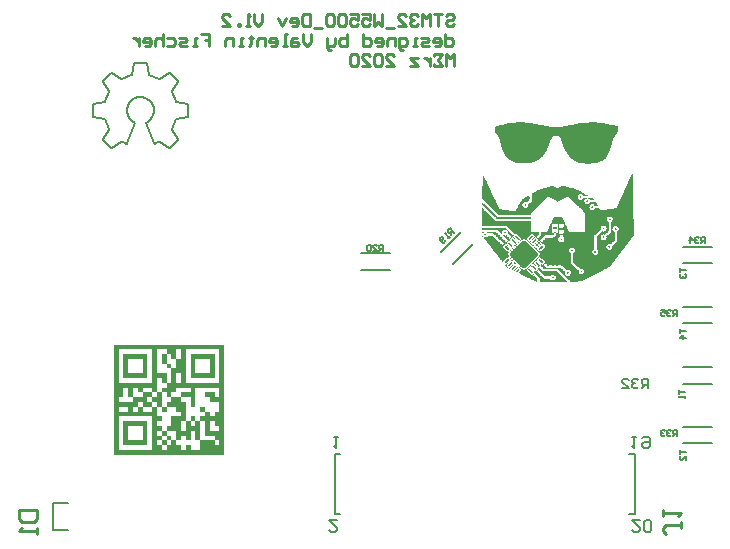
<source format=gbo>
G04*
G04 #@! TF.GenerationSoftware,Altium Limited,Altium Designer,19.1.9 (167)*
G04*
G04 Layer_Color=32896*
%FSLAX25Y25*%
%MOIN*%
G70*
G01*
G75*
%ADD11C,0.01000*%
%ADD14C,0.00600*%
%ADD16C,0.00787*%
%ADD17C,0.00500*%
%ADD95C,0.00631*%
%ADD96C,0.00900*%
G36*
X234283Y140079D02*
X235509D01*
Y139942D01*
X236327D01*
Y139806D01*
X237009D01*
Y139670D01*
X237691D01*
Y139533D01*
X238372D01*
Y139397D01*
X239054D01*
Y139261D01*
X239599D01*
Y139124D01*
X240281D01*
Y138988D01*
X240962D01*
Y138852D01*
X241235D01*
Y138715D01*
Y138579D01*
Y138443D01*
Y138306D01*
X241371D01*
Y138170D01*
X241235D01*
Y138034D01*
X241371D01*
Y137898D01*
Y137761D01*
Y137625D01*
X241235D01*
Y137488D01*
Y137352D01*
Y137216D01*
Y137080D01*
Y136943D01*
Y136807D01*
X241099D01*
Y136671D01*
Y136534D01*
X240962D01*
Y136398D01*
X240826D01*
Y136262D01*
X240690D01*
Y136125D01*
Y135989D01*
X240553D01*
Y135853D01*
X240417D01*
Y135716D01*
X240281D01*
Y135580D01*
X240144D01*
Y135444D01*
Y135307D01*
X240008D01*
Y135171D01*
X239872D01*
Y135035D01*
Y134898D01*
X239735D01*
Y134762D01*
Y134626D01*
Y134490D01*
X239599D01*
Y134353D01*
Y134217D01*
Y134081D01*
Y133944D01*
X239463D01*
Y133808D01*
Y133671D01*
Y133535D01*
X239326D01*
Y133399D01*
Y133263D01*
Y133126D01*
X239190D01*
Y132990D01*
Y132854D01*
Y132717D01*
Y132581D01*
X239054D01*
Y132445D01*
Y132308D01*
Y132172D01*
X238917D01*
Y132036D01*
Y131899D01*
Y131763D01*
X238781D01*
Y131627D01*
Y131490D01*
Y131354D01*
X238645D01*
Y131218D01*
Y131081D01*
X238509D01*
Y130945D01*
Y130809D01*
Y130673D01*
X238372D01*
Y130536D01*
Y130400D01*
Y130263D01*
X238236D01*
Y130127D01*
Y129991D01*
X238100D01*
Y129855D01*
Y129718D01*
X237963D01*
Y129582D01*
Y129446D01*
Y129309D01*
X237827D01*
Y129173D01*
X237691D01*
Y129037D01*
Y128900D01*
X237554D01*
Y128764D01*
Y128628D01*
X237418D01*
Y128491D01*
X237282D01*
Y128355D01*
X237145D01*
Y128219D01*
Y128082D01*
X236873D01*
Y127946D01*
X236736D01*
Y127810D01*
X236600D01*
Y127673D01*
X236327D01*
Y127537D01*
X236191D01*
Y127401D01*
X235918D01*
Y127264D01*
X235646D01*
Y127128D01*
X235373D01*
Y126992D01*
X234964D01*
Y126856D01*
X234555D01*
Y126719D01*
X234010D01*
Y126583D01*
X233465D01*
Y126447D01*
X232374D01*
Y126310D01*
X230193D01*
Y126447D01*
X228966D01*
Y126583D01*
X228421D01*
Y126719D01*
X228012D01*
Y126856D01*
X227603D01*
Y126992D01*
X227330D01*
Y127128D01*
X227058D01*
Y127264D01*
X226785D01*
Y127401D01*
X226649D01*
Y127537D01*
X226376D01*
Y127673D01*
X226240D01*
Y127810D01*
X226103D01*
Y127946D01*
X225831D01*
Y128082D01*
X225694D01*
Y128219D01*
X225558D01*
Y128355D01*
X225422D01*
Y128491D01*
X225285D01*
Y128628D01*
X225149D01*
Y128764D01*
X225013D01*
Y128900D01*
Y129037D01*
X224876D01*
Y129173D01*
X224740D01*
Y129309D01*
X224604D01*
Y129446D01*
X224467D01*
Y129582D01*
Y129718D01*
X224331D01*
Y129855D01*
X224195D01*
Y129991D01*
Y130127D01*
X224059D01*
Y130263D01*
X223922D01*
Y130400D01*
Y130536D01*
X223786D01*
Y130673D01*
Y130809D01*
X223650D01*
Y130945D01*
Y131081D01*
X223513D01*
Y131218D01*
X223377D01*
Y131354D01*
Y131490D01*
Y131627D01*
X223241D01*
Y131763D01*
Y131899D01*
X223104D01*
Y132036D01*
Y132172D01*
X222968D01*
Y132308D01*
Y132445D01*
Y132581D01*
X222832D01*
Y132717D01*
Y132854D01*
Y132990D01*
X222695D01*
Y133126D01*
Y133263D01*
Y133399D01*
Y133535D01*
X222559D01*
Y133671D01*
Y133808D01*
Y133944D01*
X222423D01*
Y134081D01*
Y134217D01*
Y134353D01*
X222286D01*
Y134490D01*
Y134626D01*
X222150D01*
Y134762D01*
Y134898D01*
X222014D01*
Y135035D01*
Y135171D01*
X221877D01*
Y135307D01*
X221741D01*
Y135444D01*
X221332D01*
Y135580D01*
X220378D01*
Y135444D01*
X219696D01*
Y135307D01*
X219560D01*
Y135171D01*
X219424D01*
Y135035D01*
X219287D01*
Y134898D01*
X219151D01*
Y134762D01*
X219015D01*
Y134626D01*
Y134490D01*
X218878D01*
Y134353D01*
Y134217D01*
X218742D01*
Y134081D01*
Y133944D01*
Y133808D01*
X218606D01*
Y133671D01*
Y133535D01*
Y133399D01*
X218469D01*
Y133263D01*
Y133126D01*
Y132990D01*
X218333D01*
Y132854D01*
Y132717D01*
Y132581D01*
X218197D01*
Y132445D01*
Y132308D01*
Y132172D01*
X218060D01*
Y132036D01*
Y131899D01*
X217924D01*
Y131763D01*
Y131627D01*
Y131490D01*
X217788D01*
Y131354D01*
Y131218D01*
X217652D01*
Y131081D01*
Y130945D01*
X217515D01*
Y130809D01*
Y130673D01*
X217379D01*
Y130536D01*
Y130400D01*
X217243D01*
Y130263D01*
Y130127D01*
X217106D01*
Y129991D01*
X216970D01*
Y129855D01*
Y129718D01*
X216834D01*
Y129582D01*
X216697D01*
Y129446D01*
Y129309D01*
X216561D01*
Y129173D01*
X216425D01*
Y129037D01*
X216288D01*
Y128900D01*
X216152D01*
Y128764D01*
X216016D01*
Y128628D01*
X215879D01*
Y128491D01*
X215743D01*
Y128355D01*
X215607D01*
Y128219D01*
X215470D01*
Y128082D01*
X215334D01*
Y127946D01*
X215061D01*
Y127810D01*
X214925D01*
Y127673D01*
X214652D01*
Y127537D01*
X214380D01*
Y127401D01*
X214244D01*
Y127264D01*
X213835D01*
Y127128D01*
X213562D01*
Y126992D01*
X213153D01*
Y126856D01*
X212744D01*
Y126719D01*
X212335D01*
Y126583D01*
X211653D01*
Y126447D01*
X208245D01*
Y126583D01*
X207564D01*
Y126719D01*
X207018D01*
Y126856D01*
X206746D01*
Y126992D01*
X206337D01*
Y127128D01*
X206064D01*
Y127264D01*
X205792D01*
Y127401D01*
X205519D01*
Y127537D01*
X205246D01*
Y127673D01*
X205110D01*
Y127810D01*
X204974D01*
Y127946D01*
X204701D01*
Y128082D01*
X204565D01*
Y128219D01*
X204429D01*
Y128355D01*
X204292D01*
Y128491D01*
X204156D01*
Y128628D01*
X204019D01*
Y128764D01*
X203883D01*
Y128900D01*
X203747D01*
Y129037D01*
Y129173D01*
X203610D01*
Y129309D01*
X203474D01*
Y129446D01*
Y129582D01*
X203338D01*
Y129718D01*
Y129855D01*
X203202D01*
Y129991D01*
Y130127D01*
X203065D01*
Y130263D01*
Y130400D01*
X202929D01*
Y130536D01*
Y130673D01*
Y130809D01*
X202793D01*
Y130945D01*
Y131081D01*
Y131218D01*
X202656D01*
Y131354D01*
Y131490D01*
Y131627D01*
X202520D01*
Y131763D01*
Y131899D01*
Y132036D01*
X202384D01*
Y132172D01*
Y132308D01*
Y132445D01*
Y132581D01*
X202247D01*
Y132717D01*
Y132854D01*
Y132990D01*
Y133126D01*
X202111D01*
Y133263D01*
Y133399D01*
Y133535D01*
X201975D01*
Y133671D01*
Y133808D01*
Y133944D01*
Y134081D01*
X201838D01*
Y134217D01*
Y134353D01*
Y134490D01*
Y134626D01*
X201702D01*
Y134762D01*
Y134898D01*
X201566D01*
Y135035D01*
Y135171D01*
Y135307D01*
X201429D01*
Y135444D01*
Y135580D01*
X201293D01*
Y135716D01*
X201157D01*
Y135853D01*
X201021D01*
Y135989D01*
X200884D01*
Y136125D01*
X200748D01*
Y136262D01*
X200611D01*
Y136398D01*
X200475D01*
Y136534D01*
X200339D01*
Y136671D01*
Y136807D01*
Y136943D01*
Y137080D01*
Y137216D01*
Y137352D01*
Y137488D01*
Y137625D01*
Y137761D01*
Y137898D01*
Y138034D01*
Y138170D01*
Y138306D01*
Y138443D01*
Y138579D01*
Y138715D01*
X200475D01*
Y138852D01*
X201021D01*
Y138988D01*
X201702D01*
Y139124D01*
X202247D01*
Y139261D01*
X202793D01*
Y139397D01*
X203202D01*
Y139533D01*
X203747D01*
Y139670D01*
X204429D01*
Y139806D01*
X205246D01*
Y139942D01*
X206201D01*
Y140079D01*
X207428D01*
Y140215D01*
X210154D01*
Y140079D01*
X211245D01*
Y139942D01*
X212199D01*
Y139806D01*
X212880D01*
Y139670D01*
X213698D01*
Y139533D01*
X214516D01*
Y139397D01*
X215198D01*
Y139261D01*
X215879D01*
Y139124D01*
X216561D01*
Y138988D01*
X217379D01*
Y138852D01*
X218197D01*
Y138715D01*
X220242D01*
Y138579D01*
X221468D01*
Y138715D01*
X223104D01*
Y138852D01*
X223922D01*
Y138988D01*
X224604D01*
Y139124D01*
X225285D01*
Y139261D01*
X225831D01*
Y139397D01*
X226512D01*
Y139533D01*
X227194D01*
Y139670D01*
X228012D01*
Y139806D01*
X228966D01*
Y139942D01*
X230193D01*
Y140079D01*
X231693D01*
Y140215D01*
X234283D01*
Y140079D01*
D02*
G37*
G36*
X211926Y115814D02*
X211790D01*
Y115950D01*
X211926D01*
Y115814D01*
D02*
G37*
G36*
X246142Y122902D02*
Y122766D01*
Y122630D01*
Y122493D01*
Y122357D01*
Y122221D01*
Y122084D01*
Y121948D01*
Y121812D01*
Y121675D01*
Y121539D01*
Y121403D01*
Y121266D01*
Y121130D01*
Y120994D01*
Y120857D01*
X246279D01*
Y120721D01*
X246142D01*
Y120585D01*
X246279D01*
Y120449D01*
Y120312D01*
Y120176D01*
Y120039D01*
Y119903D01*
Y119767D01*
Y119631D01*
Y119494D01*
Y119358D01*
Y119222D01*
Y119085D01*
Y118949D01*
Y118813D01*
Y118676D01*
Y118540D01*
Y118404D01*
Y118267D01*
Y118131D01*
Y117995D01*
Y117858D01*
Y117722D01*
Y117586D01*
Y117449D01*
Y117313D01*
Y117177D01*
Y117041D01*
Y116904D01*
Y116768D01*
Y116631D01*
Y116495D01*
Y116359D01*
Y116223D01*
Y116086D01*
Y115950D01*
Y115814D01*
Y115677D01*
Y115541D01*
X246415D01*
Y115405D01*
Y115268D01*
Y115132D01*
Y114996D01*
Y114859D01*
Y114723D01*
Y114587D01*
Y114450D01*
Y114314D01*
Y114178D01*
Y114041D01*
Y113905D01*
Y113769D01*
Y113633D01*
Y113496D01*
Y113360D01*
Y113224D01*
Y113087D01*
Y112951D01*
Y112815D01*
Y112678D01*
Y112542D01*
Y112406D01*
Y112269D01*
Y112133D01*
Y111997D01*
Y111860D01*
Y111724D01*
Y111588D01*
Y111451D01*
Y111315D01*
Y111179D01*
Y111042D01*
Y110906D01*
Y110770D01*
Y110633D01*
Y110497D01*
Y110361D01*
Y110224D01*
Y110088D01*
Y109952D01*
Y109816D01*
Y109679D01*
Y109543D01*
Y109407D01*
Y109270D01*
Y109134D01*
Y108998D01*
Y108861D01*
Y108725D01*
Y108589D01*
Y108452D01*
Y108316D01*
X246551D01*
Y108180D01*
X246415D01*
Y108043D01*
X246551D01*
Y107907D01*
Y107771D01*
Y107634D01*
X246415D01*
Y107498D01*
X246551D01*
Y107362D01*
Y107225D01*
Y107089D01*
Y106953D01*
Y106816D01*
Y106680D01*
Y106544D01*
Y106407D01*
Y106271D01*
Y106135D01*
Y105999D01*
Y105862D01*
Y105726D01*
Y105590D01*
Y105453D01*
Y105317D01*
Y105181D01*
Y105044D01*
Y104908D01*
Y104772D01*
Y104635D01*
Y104499D01*
Y104363D01*
Y104226D01*
Y104090D01*
Y103954D01*
Y103817D01*
Y103681D01*
Y103545D01*
Y103409D01*
Y103272D01*
Y103136D01*
Y102999D01*
Y102863D01*
Y102727D01*
Y102591D01*
Y102454D01*
Y102318D01*
X246415D01*
Y102182D01*
X246279D01*
Y102045D01*
X246142D01*
Y101909D01*
Y101773D01*
X246006D01*
Y101636D01*
X245870D01*
Y101500D01*
X245733D01*
Y101364D01*
Y101227D01*
X245597D01*
Y101091D01*
X245461D01*
Y100955D01*
X245324D01*
Y100818D01*
Y100682D01*
X245188D01*
Y100546D01*
X245052D01*
Y100409D01*
X244916D01*
Y100273D01*
X244779D01*
Y100137D01*
Y100001D01*
X244643D01*
Y99864D01*
X244507D01*
Y99728D01*
X244370D01*
Y99591D01*
Y99455D01*
X244234D01*
Y99319D01*
X244098D01*
Y99183D01*
X243961D01*
Y99046D01*
Y98910D01*
X243825D01*
Y98774D01*
X243689D01*
Y98637D01*
X243552D01*
Y98501D01*
Y98365D01*
X243416D01*
Y98228D01*
X243280D01*
Y98092D01*
X243143D01*
Y97956D01*
X243007D01*
Y97819D01*
Y97683D01*
X242871D01*
Y97547D01*
X242734D01*
Y97410D01*
X242598D01*
Y97274D01*
Y97138D01*
X242462D01*
Y97001D01*
X242325D01*
Y96865D01*
X242189D01*
Y96729D01*
Y96592D01*
X242053D01*
Y96456D01*
X241916D01*
Y96320D01*
X241780D01*
Y96184D01*
Y96047D01*
X241644D01*
Y95911D01*
X241508D01*
Y95775D01*
X241371D01*
Y95638D01*
X241235D01*
Y95502D01*
Y95366D01*
X241099D01*
Y95229D01*
X240962D01*
Y95093D01*
X240826D01*
Y94957D01*
Y94820D01*
X240690D01*
Y94684D01*
X240553D01*
Y94548D01*
X240417D01*
Y94411D01*
Y94275D01*
X240281D01*
Y94139D01*
X240144D01*
Y94002D01*
X240008D01*
Y93866D01*
Y93730D01*
X239872D01*
Y93593D01*
X239735D01*
Y93457D01*
X239599D01*
Y93321D01*
Y93185D01*
X239463D01*
Y93048D01*
X239326D01*
Y92912D01*
X239190D01*
Y92775D01*
Y92639D01*
X239054D01*
Y92503D01*
X238917D01*
Y92366D01*
X238781D01*
Y92230D01*
X238645D01*
Y92094D01*
Y91958D01*
X238372D01*
Y91821D01*
X238100D01*
Y91685D01*
X237827D01*
Y91549D01*
X237554D01*
Y91412D01*
X237282D01*
Y91276D01*
X237009D01*
Y91140D01*
X236736D01*
Y91003D01*
X236600D01*
Y90867D01*
X236191D01*
Y90731D01*
X236055D01*
Y90594D01*
X235782D01*
Y90458D01*
X235509D01*
Y90322D01*
X235237D01*
Y90185D01*
X234964D01*
Y90049D01*
X234692D01*
Y89913D01*
X234419D01*
Y89776D01*
X234146D01*
Y89640D01*
X233874D01*
Y89504D01*
X233601D01*
Y89368D01*
X233328D01*
Y89231D01*
X233056D01*
Y89095D01*
X232783D01*
Y88959D01*
X232510D01*
Y88822D01*
X232238D01*
Y88686D01*
X231965D01*
Y88550D01*
X231693D01*
Y88413D01*
X231420D01*
Y88277D01*
X231147D01*
Y88141D01*
X230875D01*
Y88004D01*
X230602D01*
Y87868D01*
X230329D01*
Y87732D01*
X230057D01*
Y87595D01*
X229784D01*
Y87459D01*
X229511D01*
Y87323D01*
X229239D01*
Y87186D01*
X227875D01*
Y87050D01*
X226376D01*
Y86914D01*
X225558D01*
Y87050D01*
X225422D01*
Y87186D01*
X225285D01*
Y87323D01*
X225149D01*
Y87459D01*
X225013D01*
Y87595D01*
X224876D01*
Y87732D01*
X224740D01*
Y87868D01*
X224604D01*
Y88004D01*
X224467D01*
Y88141D01*
X224331D01*
Y88277D01*
X224195D01*
Y88413D01*
X224059D01*
Y88550D01*
X223922D01*
Y88686D01*
X223786D01*
Y88822D01*
X223650D01*
Y88959D01*
X223513D01*
Y89095D01*
X223377D01*
Y89231D01*
X223241D01*
Y89368D01*
X223104D01*
Y89504D01*
X222832D01*
Y89640D01*
X222695D01*
Y89776D01*
X222559D01*
Y89913D01*
X222423D01*
Y90049D01*
X222286D01*
Y90185D01*
X222150D01*
Y90322D01*
X222014D01*
Y90458D01*
X221877D01*
Y90594D01*
X221741D01*
Y90731D01*
X221605D01*
Y90867D01*
X221468D01*
Y91003D01*
X221332D01*
Y91140D01*
X221196D01*
Y91276D01*
X216561D01*
Y91412D01*
X216425D01*
Y91549D01*
X216288D01*
Y91685D01*
X216152D01*
Y91821D01*
X216016D01*
Y91958D01*
X215607D01*
Y92094D01*
X215743D01*
Y92230D01*
Y92366D01*
Y92503D01*
Y92639D01*
X215607D01*
Y92775D01*
X215879D01*
Y92639D01*
X216152D01*
Y92775D01*
X216425D01*
Y92912D01*
X216561D01*
Y93048D01*
X216697D01*
Y93185D01*
X216834D01*
Y93321D01*
Y93457D01*
Y93593D01*
Y93730D01*
Y93866D01*
X216697D01*
Y94002D01*
X216561D01*
Y94139D01*
X216425D01*
Y94275D01*
X216288D01*
Y94411D01*
X216152D01*
Y94548D01*
X215879D01*
Y94684D01*
X215743D01*
Y94820D01*
X215607D01*
Y94957D01*
X215470D01*
Y95093D01*
X215334D01*
Y95229D01*
X215061D01*
Y95093D01*
X214789D01*
Y95229D01*
X214925D01*
Y95366D01*
X215061D01*
Y95502D01*
Y95638D01*
Y95775D01*
X215198D01*
Y95911D01*
Y96047D01*
Y96184D01*
Y96320D01*
Y96456D01*
X215061D01*
Y96592D01*
Y96729D01*
X214925D01*
Y96865D01*
Y97001D01*
X214789D01*
Y97138D01*
X214652D01*
Y97274D01*
X214516D01*
Y97410D01*
X214380D01*
Y97547D01*
X214244D01*
Y97683D01*
X214107D01*
Y97819D01*
X213971D01*
Y97956D01*
X213835D01*
Y98092D01*
X213698D01*
Y98228D01*
X213562D01*
Y98365D01*
X213426D01*
Y98501D01*
X213289D01*
Y98637D01*
X213153D01*
Y98774D01*
X213017D01*
Y98910D01*
X212880D01*
Y99046D01*
X212608D01*
Y99183D01*
X212471D01*
Y99319D01*
X212335D01*
Y99455D01*
X212199D01*
Y99591D01*
X212062D01*
Y99728D01*
X211926D01*
Y99864D01*
X211790D01*
Y100001D01*
X211653D01*
Y100137D01*
X211517D01*
Y100273D01*
X211381D01*
Y100409D01*
X211245D01*
Y100546D01*
X211108D01*
Y100682D01*
X210972D01*
Y100818D01*
X210836D01*
Y100955D01*
X210563D01*
Y101091D01*
X210154D01*
Y101227D01*
X209745D01*
Y101091D01*
X209336D01*
Y100955D01*
X209063D01*
Y100818D01*
X208927D01*
Y100955D01*
Y101091D01*
X209063D01*
Y101227D01*
Y101364D01*
X208927D01*
Y101500D01*
X208791D01*
Y101636D01*
X208654D01*
Y101773D01*
X208518D01*
Y101909D01*
X208382D01*
Y102045D01*
X208245D01*
Y102182D01*
X208109D01*
Y102318D01*
X207973D01*
Y102454D01*
X207837D01*
Y102591D01*
X207700D01*
Y102727D01*
X207564D01*
Y102863D01*
X207018D01*
Y102727D01*
X206882D01*
Y102863D01*
Y102999D01*
X206746D01*
Y103136D01*
X206610D01*
Y103272D01*
X206473D01*
Y103409D01*
X206337D01*
Y103545D01*
X206201D01*
Y103681D01*
X206064D01*
Y103817D01*
X205928D01*
Y103954D01*
X205792D01*
Y104090D01*
X205655D01*
Y104226D01*
X205519D01*
Y104363D01*
X205383D01*
Y104499D01*
X205246D01*
Y104635D01*
X205110D01*
Y104772D01*
X204974D01*
Y104908D01*
X204837D01*
Y105044D01*
X204701D01*
Y105181D01*
X204565D01*
Y105317D01*
X204429D01*
Y105453D01*
X204292D01*
Y105590D01*
X204156D01*
Y105726D01*
X196113D01*
Y105862D01*
Y105999D01*
Y106135D01*
Y106271D01*
Y106407D01*
Y106544D01*
Y106680D01*
Y106816D01*
Y106953D01*
Y107089D01*
Y107225D01*
Y107362D01*
Y107498D01*
Y107634D01*
Y107771D01*
Y107907D01*
Y108043D01*
Y108180D01*
Y108316D01*
Y108452D01*
Y108589D01*
Y108725D01*
Y108861D01*
Y108998D01*
Y109134D01*
Y109270D01*
Y109407D01*
Y109543D01*
Y109679D01*
Y109816D01*
Y109952D01*
Y110088D01*
Y110224D01*
Y110361D01*
Y110497D01*
Y110633D01*
Y110770D01*
Y110906D01*
Y111042D01*
Y111179D01*
Y111315D01*
Y111451D01*
X196249D01*
Y111315D01*
X196386D01*
Y111179D01*
X196522D01*
Y111042D01*
X196658D01*
Y110906D01*
X196794D01*
Y110770D01*
X196931D01*
Y110633D01*
X197067D01*
Y110497D01*
X197204D01*
Y110361D01*
X197340D01*
Y110224D01*
X197476D01*
Y110088D01*
X197613D01*
Y109952D01*
X197749D01*
Y109816D01*
X197885D01*
Y109679D01*
X198021D01*
Y109543D01*
X198158D01*
Y109407D01*
X198430D01*
Y109270D01*
X198567D01*
Y109134D01*
X198703D01*
Y108998D01*
X198839D01*
Y108861D01*
X198976D01*
Y108725D01*
X199112D01*
Y108589D01*
X199248D01*
Y108452D01*
X199385D01*
Y108316D01*
X199521D01*
Y108180D01*
X199657D01*
Y108043D01*
X199794D01*
Y107907D01*
X199930D01*
Y107771D01*
X200066D01*
Y107634D01*
X200202D01*
Y107498D01*
X200339D01*
Y107362D01*
X200475D01*
Y107225D01*
X212335D01*
Y107089D01*
X212199D01*
Y106953D01*
Y106816D01*
Y106680D01*
Y106544D01*
Y106407D01*
Y106271D01*
Y106135D01*
Y105999D01*
Y105862D01*
Y105726D01*
Y105590D01*
Y105453D01*
Y105317D01*
Y105181D01*
Y105044D01*
Y104908D01*
X212335D01*
Y104772D01*
Y104635D01*
Y104499D01*
Y104363D01*
Y104226D01*
Y104090D01*
Y103954D01*
Y103817D01*
X212471D01*
Y103681D01*
X214107D01*
Y103545D01*
X214925D01*
Y103409D01*
Y103272D01*
Y103136D01*
Y102999D01*
Y102863D01*
Y102727D01*
Y102591D01*
X214789D01*
Y102454D01*
X214652D01*
Y102318D01*
X214516D01*
Y102182D01*
X214380D01*
Y102045D01*
X214244D01*
Y101909D01*
Y101773D01*
X214380D01*
Y101636D01*
X214516D01*
Y101500D01*
X214652D01*
Y101364D01*
X214789D01*
Y101500D01*
X214925D01*
Y101636D01*
X215061D01*
Y101773D01*
X215198D01*
Y101909D01*
X215334D01*
Y102045D01*
X215470D01*
Y102182D01*
X215607D01*
Y102318D01*
Y102454D01*
Y102591D01*
Y102727D01*
Y102863D01*
Y102999D01*
Y103136D01*
Y103272D01*
Y103409D01*
Y103545D01*
X217515D01*
Y103681D01*
X217788D01*
Y103817D01*
Y103954D01*
X217924D01*
Y104090D01*
Y104226D01*
Y104363D01*
X218060D01*
Y104499D01*
Y104635D01*
Y104772D01*
X218197D01*
Y104908D01*
Y105044D01*
X218333D01*
Y105181D01*
Y105317D01*
X218469D01*
Y105453D01*
Y105590D01*
X218606D01*
Y105726D01*
Y105862D01*
X218742D01*
Y105999D01*
Y106135D01*
X218878D01*
Y106271D01*
Y106407D01*
X219015D01*
Y106544D01*
X219151D01*
Y106680D01*
Y106816D01*
Y106953D01*
X219287D01*
Y107089D01*
Y107225D01*
X219424D01*
Y107362D01*
Y107498D01*
X219560D01*
Y107634D01*
Y107771D01*
Y107907D01*
X219696D01*
Y108043D01*
Y108180D01*
X219833D01*
Y108316D01*
Y108452D01*
X220242D01*
Y108589D01*
X222014D01*
Y108452D01*
X222695D01*
Y108316D01*
X222832D01*
Y108180D01*
Y108043D01*
X222968D01*
Y107907D01*
Y107771D01*
X223104D01*
Y107634D01*
Y107498D01*
X223241D01*
Y107362D01*
Y107225D01*
X223377D01*
Y107089D01*
Y106953D01*
Y106816D01*
X223513D01*
Y106680D01*
Y106544D01*
X223650D01*
Y106407D01*
Y106271D01*
X223786D01*
Y106135D01*
Y105999D01*
X223922D01*
Y105862D01*
Y105726D01*
X224059D01*
Y105590D01*
X224195D01*
Y105453D01*
X224331D01*
Y105317D01*
Y105181D01*
Y105044D01*
X224467D01*
Y104908D01*
Y104772D01*
X224604D01*
Y104635D01*
Y104499D01*
Y104363D01*
X224740D01*
Y104226D01*
Y104090D01*
Y103954D01*
X224876D01*
Y103817D01*
Y103681D01*
X230193D01*
Y103817D01*
X230329D01*
Y103954D01*
Y104090D01*
Y104226D01*
Y104363D01*
Y104499D01*
Y104635D01*
Y104772D01*
X230466D01*
Y104908D01*
X230329D01*
Y105044D01*
X230466D01*
Y105181D01*
X230329D01*
Y105317D01*
X230466D01*
Y105453D01*
Y105590D01*
Y105726D01*
Y105862D01*
Y105999D01*
Y106135D01*
Y106271D01*
Y106407D01*
Y106544D01*
Y106680D01*
Y106816D01*
Y106953D01*
Y107089D01*
Y107225D01*
Y107362D01*
Y107498D01*
Y107634D01*
Y107771D01*
Y107907D01*
Y108043D01*
Y108180D01*
Y108316D01*
Y108452D01*
X230329D01*
Y108589D01*
Y108725D01*
Y108861D01*
Y108998D01*
Y109134D01*
Y109270D01*
Y109407D01*
Y109543D01*
X230193D01*
Y109679D01*
Y109816D01*
X230057D01*
Y109952D01*
Y110088D01*
X229920D01*
Y110224D01*
Y110361D01*
X229784D01*
Y110497D01*
X229648D01*
Y110633D01*
X229511D01*
Y110770D01*
Y110906D01*
X229375D01*
Y111042D01*
X229239D01*
Y111179D01*
X229102D01*
Y111315D01*
X228966D01*
Y111451D01*
X228830D01*
Y111588D01*
X228557D01*
Y111724D01*
X228421D01*
Y111860D01*
X228285D01*
Y111997D01*
X228148D01*
Y112133D01*
X228012D01*
Y112269D01*
X227875D01*
Y112406D01*
X227739D01*
Y112542D01*
X227603D01*
Y112678D01*
X227467D01*
Y112815D01*
X227330D01*
Y112951D01*
X227194D01*
Y113087D01*
X227058D01*
Y113224D01*
X226921D01*
Y113360D01*
X226649D01*
Y113496D01*
X226512D01*
Y113633D01*
X226376D01*
Y113769D01*
X226240D01*
Y113905D01*
X226103D01*
Y114041D01*
X225967D01*
Y114178D01*
X225831D01*
Y114314D01*
X225694D01*
Y114450D01*
X225558D01*
Y114587D01*
X225285D01*
Y114723D01*
X225149D01*
Y114859D01*
X225013D01*
Y114996D01*
X224876D01*
Y115132D01*
X224740D01*
Y115268D01*
X224195D01*
Y115132D01*
X223922D01*
Y114996D01*
X223650D01*
Y114859D01*
X223377D01*
Y114723D01*
X223104D01*
Y114587D01*
X222832D01*
Y114450D01*
X222559D01*
Y114314D01*
X222286D01*
Y114178D01*
X222014D01*
Y114041D01*
X221741D01*
Y113905D01*
X221468D01*
Y113769D01*
X221059D01*
Y113905D01*
X220787D01*
Y114041D01*
X220514D01*
Y114178D01*
X220242D01*
Y114314D01*
X219969D01*
Y114450D01*
X219696D01*
Y114587D01*
X219424D01*
Y114723D01*
X219151D01*
Y114859D01*
X218878D01*
Y114996D01*
X218606D01*
Y115132D01*
X218197D01*
Y115268D01*
X217788D01*
Y115132D01*
X217652D01*
Y114996D01*
X217515D01*
Y114859D01*
X217379D01*
Y114723D01*
X217243D01*
Y114587D01*
X217106D01*
Y114450D01*
X216970D01*
Y114314D01*
X216834D01*
Y114178D01*
X216697D01*
Y114041D01*
X216425D01*
Y113905D01*
X216288D01*
Y113769D01*
X216152D01*
Y113633D01*
X216016D01*
Y113496D01*
X215879D01*
Y113360D01*
X215743D01*
Y113224D01*
X215607D01*
Y113087D01*
X215470D01*
Y112951D01*
X215334D01*
Y112815D01*
X215198D01*
Y112678D01*
X215061D01*
Y112542D01*
X214925D01*
Y112406D01*
X214789D01*
Y112269D01*
X214652D01*
Y112133D01*
X214516D01*
Y111997D01*
X214380D01*
Y111860D01*
X214244D01*
Y111724D01*
X214107D01*
Y111588D01*
X213971D01*
Y111451D01*
X213835D01*
Y111315D01*
X213698D01*
Y111179D01*
X213562D01*
Y111042D01*
X213426D01*
Y110906D01*
X213289D01*
Y110770D01*
X213153D01*
Y110633D01*
X213017D01*
Y110497D01*
X212880D01*
Y110361D01*
X212744D01*
Y110224D01*
X212608D01*
Y110088D01*
Y109952D01*
X212471D01*
Y109816D01*
X212335D01*
Y109679D01*
Y109543D01*
Y109407D01*
X201293D01*
Y109543D01*
X201157D01*
Y109679D01*
X201021D01*
Y109816D01*
X200884D01*
Y109952D01*
X200748D01*
Y110088D01*
X200611D01*
Y110224D01*
X200475D01*
Y110361D01*
X200339D01*
Y110497D01*
X200202D01*
Y110633D01*
X200066D01*
Y110770D01*
X199930D01*
Y110906D01*
X199794D01*
Y111042D01*
X199657D01*
Y111179D01*
X199521D01*
Y111315D01*
X199385D01*
Y111451D01*
X199248D01*
Y111588D01*
X199112D01*
Y111724D01*
X198976D01*
Y111860D01*
X198839D01*
Y111997D01*
X198703D01*
Y112133D01*
X198567D01*
Y112269D01*
X198430D01*
Y112406D01*
X198294D01*
Y112542D01*
X198158D01*
Y112678D01*
X198021D01*
Y112815D01*
X197885D01*
Y112951D01*
X197749D01*
Y113087D01*
X197613D01*
Y113224D01*
X197476D01*
Y113360D01*
X197340D01*
Y113496D01*
X197204D01*
Y113633D01*
X197067D01*
Y113769D01*
X196931D01*
Y113905D01*
X196658D01*
Y114041D01*
Y114178D01*
X196386D01*
Y114314D01*
X196249D01*
Y114450D01*
X196113D01*
Y114587D01*
Y114723D01*
Y114859D01*
Y114996D01*
Y115132D01*
Y115268D01*
Y115405D01*
Y115541D01*
Y115677D01*
Y115814D01*
Y115950D01*
Y116086D01*
Y116223D01*
Y116359D01*
Y116495D01*
Y116631D01*
Y116768D01*
Y116904D01*
Y117041D01*
Y117177D01*
Y117313D01*
Y117449D01*
Y117586D01*
Y117722D01*
Y117858D01*
Y117995D01*
Y118131D01*
Y118267D01*
Y118404D01*
Y118540D01*
Y118676D01*
Y118813D01*
Y118949D01*
X196249D01*
Y119085D01*
Y119222D01*
Y119358D01*
Y119494D01*
Y119631D01*
Y119767D01*
Y119903D01*
Y120039D01*
Y120176D01*
Y120312D01*
Y120449D01*
Y120585D01*
Y120721D01*
Y120857D01*
Y120994D01*
Y121130D01*
Y121266D01*
Y121403D01*
Y121539D01*
Y121675D01*
Y121812D01*
Y121948D01*
Y122084D01*
Y122221D01*
Y122357D01*
Y122493D01*
X196386D01*
Y122357D01*
X196522D01*
Y122221D01*
Y122084D01*
X196658D01*
Y121948D01*
Y121812D01*
X196794D01*
Y121675D01*
Y121539D01*
X196931D01*
Y121403D01*
Y121266D01*
X197067D01*
Y121130D01*
Y120994D01*
X197204D01*
Y120857D01*
Y120721D01*
X197340D01*
Y120585D01*
Y120449D01*
X197476D01*
Y120312D01*
Y120176D01*
X197613D01*
Y120039D01*
Y119903D01*
X197749D01*
Y119767D01*
Y119631D01*
X197885D01*
Y119494D01*
Y119358D01*
X198021D01*
Y119222D01*
Y119085D01*
X198158D01*
Y118949D01*
Y118813D01*
X198294D01*
Y118676D01*
Y118540D01*
X198430D01*
Y118404D01*
Y118267D01*
Y118131D01*
X198567D01*
Y117995D01*
Y117858D01*
X198703D01*
Y117722D01*
Y117586D01*
X198839D01*
Y117449D01*
Y117313D01*
X198976D01*
Y117177D01*
Y117041D01*
X199112D01*
Y116904D01*
Y116768D01*
X199248D01*
Y116631D01*
Y116495D01*
X199385D01*
Y116359D01*
Y116223D01*
Y116086D01*
X199521D01*
Y115950D01*
X199657D01*
Y115814D01*
Y115677D01*
Y115541D01*
X199794D01*
Y115405D01*
Y115268D01*
X199930D01*
Y115132D01*
Y114996D01*
X200066D01*
Y114859D01*
Y114723D01*
X200202D01*
Y114587D01*
Y114450D01*
X200339D01*
Y114314D01*
Y114178D01*
X200475D01*
Y114041D01*
Y113905D01*
X200611D01*
Y113769D01*
Y113633D01*
Y113496D01*
X200748D01*
Y113360D01*
Y113224D01*
X200884D01*
Y113087D01*
Y112951D01*
X201021D01*
Y112815D01*
Y112678D01*
X201157D01*
Y112542D01*
Y112406D01*
X201293D01*
Y112269D01*
Y112133D01*
X201429D01*
Y111997D01*
Y111860D01*
X201566D01*
Y111724D01*
Y111588D01*
X201702D01*
Y111451D01*
Y111315D01*
X201975D01*
Y111179D01*
X202793D01*
Y111042D01*
X203747D01*
Y110906D01*
X204974D01*
Y110770D01*
X206337D01*
Y110633D01*
X207291D01*
Y110770D01*
Y110906D01*
X207428D01*
Y111042D01*
Y111179D01*
X207564D01*
Y111315D01*
Y111451D01*
X207700D01*
Y111588D01*
Y111724D01*
X207837D01*
Y111860D01*
Y111997D01*
X207973D01*
Y112133D01*
Y112269D01*
X208109D01*
Y112406D01*
Y112542D01*
X208245D01*
Y112678D01*
Y112815D01*
X208382D01*
Y112951D01*
Y113087D01*
X208518D01*
Y113224D01*
Y113360D01*
X208654D01*
Y113496D01*
X208791D01*
Y113633D01*
Y113769D01*
X208927D01*
Y113905D01*
X209063D01*
Y114041D01*
X209200D01*
Y114178D01*
Y114314D01*
X209472D01*
Y114450D01*
X209609D01*
Y114587D01*
X209745D01*
Y114723D01*
X210018D01*
Y114859D01*
X210154D01*
Y114996D01*
X210426D01*
Y115132D01*
X210563D01*
Y115268D01*
X210836D01*
Y115405D01*
X211108D01*
Y115541D01*
X211245D01*
Y115677D01*
X211517D01*
Y115814D01*
X211790D01*
Y115677D01*
X211926D01*
Y115541D01*
X211790D01*
Y115405D01*
X211926D01*
Y115268D01*
X211790D01*
Y115132D01*
X211926D01*
Y114996D01*
X211790D01*
Y114859D01*
X211926D01*
Y114723D01*
X211790D01*
Y114587D01*
X211926D01*
Y114450D01*
X211790D01*
Y114314D01*
X211926D01*
Y114178D01*
X211790D01*
Y114041D01*
X211653D01*
Y113905D01*
X211381D01*
Y113769D01*
X211108D01*
Y113633D01*
X210972D01*
Y113496D01*
X210563D01*
Y113633D01*
X210290D01*
Y113496D01*
X209881D01*
Y113360D01*
X209745D01*
Y113224D01*
X209609D01*
Y113087D01*
X209472D01*
Y112951D01*
Y112815D01*
Y112678D01*
Y112542D01*
X209336D01*
Y112406D01*
X209472D01*
Y112269D01*
Y112133D01*
X209609D01*
Y111997D01*
Y111860D01*
X209881D01*
Y111724D01*
X210154D01*
Y111588D01*
X210699D01*
Y111724D01*
X210972D01*
Y111860D01*
X211108D01*
Y111997D01*
X211245D01*
Y112133D01*
X211381D01*
Y112269D01*
Y112406D01*
Y112542D01*
Y112678D01*
Y112815D01*
Y112951D01*
X211517D01*
Y113087D01*
X211790D01*
Y113224D01*
X211926D01*
Y113360D01*
X212199D01*
Y113496D01*
X212335D01*
Y113633D01*
X212608D01*
Y113769D01*
Y113905D01*
Y114041D01*
Y114178D01*
Y114314D01*
Y114450D01*
Y114587D01*
Y114723D01*
Y114859D01*
Y114996D01*
Y115132D01*
Y115268D01*
Y115405D01*
Y115541D01*
Y115677D01*
Y115814D01*
Y115950D01*
Y116086D01*
Y116223D01*
Y116359D01*
Y116495D01*
X212880D01*
Y116631D01*
X213153D01*
Y116768D01*
X213426D01*
Y116904D01*
X213562D01*
Y117041D01*
X213835D01*
Y117177D01*
X214107D01*
Y117313D01*
X214380D01*
Y117449D01*
X214652D01*
Y117586D01*
X215061D01*
Y117722D01*
X215334D01*
Y117858D01*
X215743D01*
Y117995D01*
X216152D01*
Y118131D01*
X216697D01*
Y118267D01*
X217106D01*
Y118404D01*
X217652D01*
Y118540D01*
X218060D01*
Y118676D01*
X218606D01*
Y118813D01*
X219015D01*
Y118949D01*
X219833D01*
Y118813D01*
X220105D01*
Y118676D01*
X220378D01*
Y118540D01*
X220651D01*
Y118404D01*
X220923D01*
Y118267D01*
X221605D01*
Y118404D01*
X221741D01*
Y118540D01*
X222014D01*
Y118676D01*
X222286D01*
Y118813D01*
X222423D01*
Y118949D01*
X222695D01*
Y119085D01*
X222832D01*
Y118949D01*
X223377D01*
Y118813D01*
X223922D01*
Y118676D01*
X224467D01*
Y118540D01*
X224876D01*
Y118404D01*
X225422D01*
Y118267D01*
X225967D01*
Y118131D01*
X226512D01*
Y117995D01*
X227194D01*
Y117858D01*
X227467D01*
Y117722D01*
X227739D01*
Y117586D01*
X228012D01*
Y117449D01*
X228285D01*
Y117313D01*
X228557D01*
Y117177D01*
X228830D01*
Y117041D01*
X229102D01*
Y116904D01*
X229239D01*
Y116768D01*
X229511D01*
Y116631D01*
X229784D01*
Y116495D01*
X230057D01*
Y116359D01*
X230193D01*
Y116223D01*
X230466D01*
Y116086D01*
X230738D01*
Y115950D01*
X231011D01*
Y115814D01*
X231283D01*
Y115677D01*
X229648D01*
Y115814D01*
Y115950D01*
X229511D01*
Y116086D01*
X229239D01*
Y116223D01*
X228285D01*
Y116086D01*
X228148D01*
Y115950D01*
X228012D01*
Y115814D01*
X227875D01*
Y115677D01*
Y115541D01*
Y115405D01*
Y115268D01*
Y115132D01*
Y114996D01*
Y114859D01*
X228012D01*
Y114723D01*
Y114587D01*
X228285D01*
Y114450D01*
X228421D01*
Y114314D01*
X229239D01*
Y114450D01*
X229375D01*
Y114587D01*
X229648D01*
Y114723D01*
Y114859D01*
X230875D01*
Y114723D01*
X230466D01*
Y114587D01*
X230329D01*
Y114450D01*
X230193D01*
Y114314D01*
Y114178D01*
X230057D01*
Y114041D01*
Y113905D01*
Y113769D01*
Y113633D01*
Y113496D01*
X230193D01*
Y113360D01*
Y113224D01*
X230329D01*
Y113087D01*
X230466D01*
Y112951D01*
X230875D01*
Y112815D01*
X231283D01*
Y112951D01*
X231556D01*
Y113087D01*
X231693D01*
Y113224D01*
X231829D01*
Y113360D01*
X231965D01*
Y113496D01*
X234010D01*
Y113360D01*
Y113224D01*
X234146D01*
Y113087D01*
Y112951D01*
X234283D01*
Y112815D01*
X234419D01*
Y112678D01*
Y112542D01*
X234555D01*
Y112406D01*
Y112269D01*
X233601D01*
Y112406D01*
X233465D01*
Y112542D01*
X233328D01*
Y112678D01*
X233192D01*
Y112815D01*
X232238D01*
Y112678D01*
X232101D01*
Y112542D01*
X231965D01*
Y112406D01*
X231829D01*
Y112269D01*
Y112133D01*
Y111997D01*
X231693D01*
Y111860D01*
Y111724D01*
Y111588D01*
X231829D01*
Y111451D01*
Y111315D01*
X231965D01*
Y111179D01*
X232101D01*
Y111042D01*
X232374D01*
Y110906D01*
X233192D01*
Y111042D01*
X233328D01*
Y111179D01*
X233465D01*
Y111315D01*
X233601D01*
Y111451D01*
X235101D01*
Y111315D01*
X235237D01*
Y111179D01*
Y111042D01*
X235373D01*
Y110906D01*
X236327D01*
Y111042D01*
X237691D01*
Y111179D01*
X238917D01*
Y111315D01*
X240008D01*
Y111451D01*
X240690D01*
Y111588D01*
X240826D01*
Y111724D01*
X240962D01*
Y111860D01*
Y111997D01*
X241099D01*
Y112133D01*
Y112269D01*
Y112406D01*
X241235D01*
Y112542D01*
Y112678D01*
X241371D01*
Y112815D01*
Y112951D01*
X241508D01*
Y113087D01*
Y113224D01*
X241644D01*
Y113360D01*
Y113496D01*
Y113633D01*
X241780D01*
Y113769D01*
Y113905D01*
X241916D01*
Y114041D01*
Y114178D01*
X242053D01*
Y114314D01*
Y114450D01*
X242189D01*
Y114587D01*
Y114723D01*
Y114859D01*
X242325D01*
Y114996D01*
Y115132D01*
X242462D01*
Y115268D01*
Y115405D01*
X242598D01*
Y115541D01*
Y115677D01*
X242734D01*
Y115814D01*
Y115950D01*
Y116086D01*
X242871D01*
Y116223D01*
Y116359D01*
X243007D01*
Y116495D01*
Y116631D01*
X243143D01*
Y116768D01*
Y116904D01*
X243280D01*
Y117041D01*
Y117177D01*
Y117313D01*
X243416D01*
Y117449D01*
Y117586D01*
X243552D01*
Y117722D01*
Y117858D01*
X243689D01*
Y117995D01*
Y118131D01*
X243825D01*
Y118267D01*
Y118404D01*
Y118540D01*
X243961D01*
Y118676D01*
Y118813D01*
X244098D01*
Y118949D01*
Y119085D01*
X244234D01*
Y119222D01*
Y119358D01*
X244370D01*
Y119494D01*
Y119631D01*
Y119767D01*
X244507D01*
Y119903D01*
Y120039D01*
X244643D01*
Y120176D01*
Y120312D01*
X244779D01*
Y120449D01*
Y120585D01*
X244916D01*
Y120721D01*
Y120857D01*
Y120994D01*
X245052D01*
Y121130D01*
Y121266D01*
X245188D01*
Y121403D01*
Y121539D01*
X245324D01*
Y121675D01*
Y121812D01*
X245461D01*
Y121948D01*
Y122084D01*
X245597D01*
Y122221D01*
Y122357D01*
X245733D01*
Y122493D01*
Y122630D01*
X245870D01*
Y122766D01*
Y122902D01*
X246006D01*
Y123039D01*
X246142D01*
Y122902D01*
D02*
G37*
G36*
X229102Y115405D02*
Y115268D01*
Y115132D01*
X228966D01*
Y114996D01*
X228557D01*
Y115132D01*
Y115268D01*
Y115405D01*
Y115541D01*
X229102D01*
Y115405D01*
D02*
G37*
G36*
X232919Y114723D02*
X233056D01*
Y114587D01*
X233328D01*
Y114450D01*
X233465D01*
Y114314D01*
Y114178D01*
X231965D01*
Y114314D01*
X231829D01*
Y114450D01*
X231693D01*
Y114587D01*
X231556D01*
Y114723D01*
X231283D01*
Y114859D01*
X232919D01*
Y114723D01*
D02*
G37*
G36*
X231147Y114041D02*
X231283D01*
Y113905D01*
X231420D01*
Y113769D01*
X231283D01*
Y113633D01*
X231147D01*
Y113496D01*
X230875D01*
Y113633D01*
X230738D01*
Y113769D01*
Y113905D01*
Y114041D01*
X230875D01*
Y114178D01*
X231147D01*
Y114041D01*
D02*
G37*
G36*
X210563Y112815D02*
X210699D01*
Y112678D01*
Y112542D01*
Y112406D01*
X210563D01*
Y112269D01*
X210290D01*
Y112406D01*
X210154D01*
Y112542D01*
Y112678D01*
Y112815D01*
X210290D01*
Y112951D01*
X210563D01*
Y112815D01*
D02*
G37*
G36*
X232919Y111997D02*
X233056D01*
Y111860D01*
Y111724D01*
X232919D01*
Y111588D01*
X232510D01*
Y111724D01*
X232374D01*
Y111860D01*
Y111997D01*
X232510D01*
Y112133D01*
X232919D01*
Y111997D01*
D02*
G37*
G36*
X196249Y113224D02*
X196386D01*
Y113087D01*
X196522D01*
Y112951D01*
X196794D01*
Y112815D01*
X196931D01*
Y112678D01*
X197067D01*
Y112542D01*
X197204D01*
Y112406D01*
X197340D01*
Y112269D01*
X197476D01*
Y112133D01*
X197613D01*
Y111997D01*
X197749D01*
Y111860D01*
X197885D01*
Y111724D01*
X198021D01*
Y111588D01*
X198158D01*
Y111451D01*
X198294D01*
Y111315D01*
X198430D01*
Y111179D01*
X198567D01*
Y111042D01*
X198703D01*
Y110906D01*
X198839D01*
Y110770D01*
X198976D01*
Y110633D01*
X199112D01*
Y110497D01*
X199248D01*
Y110361D01*
X199385D01*
Y110224D01*
X199521D01*
Y110088D01*
X199657D01*
Y109952D01*
X199794D01*
Y109816D01*
X199930D01*
Y109679D01*
X200066D01*
Y109543D01*
X200202D01*
Y109407D01*
X200339D01*
Y109270D01*
X200475D01*
Y109134D01*
X200611D01*
Y108998D01*
X200748D01*
Y108861D01*
X200884D01*
Y108725D01*
X201021D01*
Y108589D01*
X212335D01*
Y108452D01*
Y108316D01*
Y108180D01*
Y108043D01*
X212199D01*
Y107907D01*
X212062D01*
Y108043D01*
X211926D01*
Y107907D01*
X211790D01*
Y108043D01*
X211653D01*
Y107907D01*
X211517D01*
Y108043D01*
X211381D01*
Y107907D01*
X211245D01*
Y108043D01*
X211108D01*
Y107907D01*
X210972D01*
Y108043D01*
X210836D01*
Y107907D01*
X210699D01*
Y108043D01*
X210563D01*
Y107907D01*
X210426D01*
Y108043D01*
X210290D01*
Y107907D01*
X210154D01*
Y108043D01*
X210018D01*
Y107907D01*
X209881D01*
Y108043D01*
X209745D01*
Y107907D01*
X209609D01*
Y108043D01*
X209472D01*
Y107907D01*
X209336D01*
Y108043D01*
X209200D01*
Y107907D01*
X209063D01*
Y108043D01*
X208927D01*
Y107907D01*
X208791D01*
Y108043D01*
X208654D01*
Y107907D01*
X208518D01*
Y108043D01*
X208382D01*
Y107907D01*
X208245D01*
Y108043D01*
X208109D01*
Y107907D01*
X207973D01*
Y108043D01*
X207837D01*
Y107907D01*
X207700D01*
Y108043D01*
X207564D01*
Y107907D01*
X207428D01*
Y108043D01*
X207291D01*
Y107907D01*
X207155D01*
Y108043D01*
X207018D01*
Y107907D01*
X206882D01*
Y108043D01*
X206746D01*
Y107907D01*
X206610D01*
Y108043D01*
X206473D01*
Y107907D01*
X206337D01*
Y108043D01*
X206201D01*
Y107907D01*
X206064D01*
Y108043D01*
X205928D01*
Y107907D01*
X205792D01*
Y108043D01*
X205655D01*
Y107907D01*
X205519D01*
Y108043D01*
X205383D01*
Y107907D01*
X205246D01*
Y108043D01*
X205110D01*
Y107907D01*
X204974D01*
Y108043D01*
X204837D01*
Y107907D01*
X204701D01*
Y108043D01*
X204565D01*
Y107907D01*
X204429D01*
Y108043D01*
X204292D01*
Y107907D01*
X204156D01*
Y108043D01*
X204019D01*
Y107907D01*
X203883D01*
Y108043D01*
X203747D01*
Y107907D01*
X203610D01*
Y108043D01*
X203474D01*
Y107907D01*
X203338D01*
Y108043D01*
X203202D01*
Y107907D01*
X203065D01*
Y108043D01*
X202929D01*
Y107907D01*
X202793D01*
Y108043D01*
X202656D01*
Y107907D01*
X202520D01*
Y108043D01*
X202384D01*
Y107907D01*
X202247D01*
Y108043D01*
X202111D01*
Y107907D01*
X201975D01*
Y108043D01*
X201838D01*
Y107907D01*
X201702D01*
Y108043D01*
X201566D01*
Y107907D01*
X201429D01*
Y108043D01*
X201293D01*
Y107907D01*
X201157D01*
Y108043D01*
X200748D01*
Y108180D01*
X200611D01*
Y108316D01*
X200475D01*
Y108452D01*
X200339D01*
Y108589D01*
X200202D01*
Y108725D01*
X200066D01*
Y108861D01*
X199930D01*
Y108998D01*
X199794D01*
Y109134D01*
X199657D01*
Y109270D01*
X199521D01*
Y109407D01*
X199385D01*
Y109543D01*
X199248D01*
Y109679D01*
X199112D01*
Y109816D01*
X198976D01*
Y109952D01*
X198839D01*
Y110088D01*
X198703D01*
Y110224D01*
X198567D01*
Y110361D01*
X198294D01*
Y110497D01*
X198158D01*
Y110633D01*
X198021D01*
Y110770D01*
X197885D01*
Y110906D01*
X197749D01*
Y111042D01*
X197613D01*
Y111179D01*
X197476D01*
Y111315D01*
X197340D01*
Y111451D01*
X197204D01*
Y111588D01*
X197067D01*
Y111724D01*
X196931D01*
Y111860D01*
X196794D01*
Y111997D01*
X196658D01*
Y112133D01*
X196522D01*
Y112269D01*
X196386D01*
Y112406D01*
X196249D01*
Y112542D01*
X196113D01*
Y112678D01*
Y112815D01*
Y112951D01*
Y113087D01*
Y113224D01*
Y113360D01*
X196249D01*
Y113224D01*
D02*
G37*
G36*
X196658Y103545D02*
X196522D01*
Y103681D01*
X196658D01*
Y103545D01*
D02*
G37*
G36*
X196522Y103409D02*
X196386D01*
Y103272D01*
X196249D01*
Y103136D01*
X196113D01*
Y103272D01*
Y103409D01*
Y103545D01*
X196522D01*
Y103409D01*
D02*
G37*
G36*
X206882Y102591D02*
X206746D01*
Y102727D01*
X206882D01*
Y102591D01*
D02*
G37*
G36*
X206746Y102454D02*
X206610D01*
Y102591D01*
X206746D01*
Y102454D01*
D02*
G37*
G36*
X197340Y102863D02*
Y102727D01*
Y102591D01*
Y102454D01*
X196794D01*
Y102591D01*
Y102727D01*
Y102863D01*
X196931D01*
Y102999D01*
X197340D01*
Y102863D01*
D02*
G37*
G36*
X196249Y102182D02*
Y102045D01*
X196113D01*
Y102182D01*
Y102318D01*
X196249D01*
Y102182D01*
D02*
G37*
G36*
X207428D02*
X207564D01*
Y102045D01*
X207700D01*
Y101909D01*
X207837D01*
Y101773D01*
X207973D01*
Y101636D01*
X208109D01*
Y101500D01*
X208245D01*
Y101364D01*
X208382D01*
Y101227D01*
X208518D01*
Y101091D01*
X208382D01*
Y100955D01*
X208245D01*
Y100818D01*
X208109D01*
Y100955D01*
X207973D01*
Y101091D01*
X207837D01*
Y101227D01*
X207700D01*
Y101364D01*
X207564D01*
Y101500D01*
X207428D01*
Y101636D01*
X207291D01*
Y101773D01*
X207155D01*
Y101909D01*
X206882D01*
Y102045D01*
X207018D01*
Y102182D01*
X207155D01*
Y102318D01*
X207428D01*
Y102182D01*
D02*
G37*
G36*
X208927Y100682D02*
X208791D01*
Y100818D01*
X208927D01*
Y100682D01*
D02*
G37*
G36*
X208791Y100546D02*
X208654D01*
Y100682D01*
X208791D01*
Y100546D01*
D02*
G37*
G36*
X208654Y100409D02*
X208518D01*
Y100546D01*
X208654D01*
Y100409D01*
D02*
G37*
G36*
X208518Y100273D02*
X208382D01*
Y100137D01*
X208245D01*
Y100001D01*
X208109D01*
Y99864D01*
X207973D01*
Y99728D01*
X207837D01*
Y99864D01*
Y100001D01*
Y100137D01*
Y100273D01*
Y100409D01*
X208109D01*
Y100273D01*
X208245D01*
Y100409D01*
X208518D01*
Y100273D01*
D02*
G37*
G36*
X203883Y104772D02*
X204019D01*
Y104635D01*
X204156D01*
Y104499D01*
X204292D01*
Y104363D01*
X204429D01*
Y104226D01*
X204565D01*
Y104090D01*
X204701D01*
Y103954D01*
X204837D01*
Y103817D01*
X204974D01*
Y103681D01*
X205110D01*
Y103545D01*
X205246D01*
Y103409D01*
X205383D01*
Y103272D01*
X205519D01*
Y103136D01*
X205655D01*
Y102999D01*
X205792D01*
Y102863D01*
X205928D01*
Y102727D01*
X206064D01*
Y102591D01*
X206201D01*
Y102454D01*
X206610D01*
Y102318D01*
X206473D01*
Y102182D01*
Y102045D01*
Y101909D01*
Y101773D01*
X206610D01*
Y101636D01*
X206746D01*
Y101500D01*
X206882D01*
Y101364D01*
X207018D01*
Y101227D01*
X206746D01*
Y101364D01*
X206610D01*
Y101500D01*
X206473D01*
Y101636D01*
X206337D01*
Y101773D01*
X205928D01*
Y101636D01*
X205792D01*
Y101500D01*
X205655D01*
Y101364D01*
X205519D01*
Y101227D01*
X205383D01*
Y101091D01*
X205246D01*
Y100955D01*
Y100818D01*
Y100682D01*
X204837D01*
Y100546D01*
X204701D01*
Y100409D01*
X204565D01*
Y100273D01*
X204429D01*
Y100137D01*
X204292D01*
Y100001D01*
X204156D01*
Y99864D01*
Y99728D01*
Y99591D01*
X204292D01*
Y99455D01*
X204429D01*
Y99319D01*
X204565D01*
Y99183D01*
X204701D01*
Y99046D01*
X204837D01*
Y98910D01*
X204974D01*
Y98774D01*
X205110D01*
Y98637D01*
X204837D01*
Y98774D01*
Y98910D01*
X204565D01*
Y99046D01*
X204429D01*
Y99183D01*
X204292D01*
Y99319D01*
X204156D01*
Y99455D01*
X204019D01*
Y99591D01*
X203747D01*
Y99455D01*
X203610D01*
Y99319D01*
X203474D01*
Y99183D01*
X203202D01*
Y99046D01*
X203065D01*
Y98910D01*
Y98774D01*
Y98637D01*
Y98501D01*
Y98365D01*
X203202D01*
Y98228D01*
X203338D01*
Y98092D01*
X203474D01*
Y97956D01*
X203610D01*
Y97819D01*
X203747D01*
Y97683D01*
X203883D01*
Y97547D01*
X204019D01*
Y97410D01*
X204156D01*
Y97274D01*
X204292D01*
Y97138D01*
X204565D01*
Y97001D01*
X204974D01*
Y96865D01*
Y96729D01*
X204837D01*
Y96592D01*
Y96456D01*
X204701D01*
Y96320D01*
Y96184D01*
Y96047D01*
Y95911D01*
Y95775D01*
X204837D01*
Y95638D01*
Y95502D01*
X204974D01*
Y95366D01*
Y95229D01*
X205110D01*
Y95093D01*
X205246D01*
Y94957D01*
X205383D01*
Y94820D01*
X205519D01*
Y94684D01*
X205655D01*
Y94548D01*
X205792D01*
Y94411D01*
X205928D01*
Y94275D01*
X206064D01*
Y94139D01*
X206201D01*
Y94002D01*
X205519D01*
Y94139D01*
Y94275D01*
Y94411D01*
Y94548D01*
X205383D01*
Y94684D01*
X205246D01*
Y94820D01*
X205110D01*
Y94957D01*
X204974D01*
Y95093D01*
X204837D01*
Y95229D01*
X204565D01*
Y95093D01*
X204292D01*
Y94957D01*
X204156D01*
Y94820D01*
X204019D01*
Y94684D01*
X203883D01*
Y94548D01*
X203747D01*
Y94411D01*
X203610D01*
Y94275D01*
X203474D01*
Y94139D01*
X203338D01*
Y94002D01*
X203202D01*
Y93866D01*
X203065D01*
Y93730D01*
X202929D01*
Y93593D01*
X202793D01*
Y93730D01*
X202656D01*
Y93866D01*
Y94002D01*
X202520D01*
Y94139D01*
X202384D01*
Y94275D01*
X202247D01*
Y94411D01*
X202111D01*
Y94548D01*
Y94684D01*
X201975D01*
Y94820D01*
X201838D01*
Y94957D01*
X201702D01*
Y95093D01*
X201566D01*
Y95229D01*
Y95366D01*
X201429D01*
Y95502D01*
X201293D01*
Y95638D01*
X201157D01*
Y95775D01*
Y95911D01*
X201021D01*
Y96047D01*
X200884D01*
Y96184D01*
X200748D01*
Y96320D01*
X200611D01*
Y96456D01*
Y96592D01*
X200475D01*
Y96729D01*
X200339D01*
Y96865D01*
X200202D01*
Y97001D01*
X200066D01*
Y97138D01*
Y97274D01*
X199930D01*
Y97410D01*
X199794D01*
Y97547D01*
X199657D01*
Y97683D01*
Y97819D01*
X199521D01*
Y97956D01*
X199385D01*
Y98092D01*
X199248D01*
Y98228D01*
X199112D01*
Y98365D01*
X198976D01*
Y98501D01*
Y98637D01*
X198839D01*
Y98774D01*
X198703D01*
Y98910D01*
X198567D01*
Y99046D01*
Y99183D01*
X198430D01*
Y99319D01*
X198294D01*
Y99455D01*
X198158D01*
Y99591D01*
X198021D01*
Y99728D01*
Y99864D01*
X197885D01*
Y100001D01*
X197749D01*
Y100137D01*
X197613D01*
Y100273D01*
X197476D01*
Y100409D01*
Y100546D01*
X197340D01*
Y100682D01*
X197204D01*
Y100818D01*
X197067D01*
Y100955D01*
X196931D01*
Y101091D01*
Y101227D01*
X196794D01*
Y101364D01*
X196658D01*
Y101500D01*
X196522D01*
Y101636D01*
Y101773D01*
X196386D01*
Y101909D01*
X196658D01*
Y101773D01*
X197613D01*
Y101909D01*
X197749D01*
Y102045D01*
X197885D01*
Y102182D01*
X198021D01*
Y102318D01*
X199521D01*
Y102182D01*
X199657D01*
Y102045D01*
X199794D01*
Y101909D01*
X199930D01*
Y101773D01*
X200066D01*
Y101636D01*
X200202D01*
Y101500D01*
X200339D01*
Y101364D01*
X200475D01*
Y101227D01*
X200611D01*
Y101091D01*
X200748D01*
Y100955D01*
X200884D01*
Y100818D01*
X201021D01*
Y100682D01*
X201293D01*
Y100546D01*
Y100409D01*
X201566D01*
Y100273D01*
X201702D01*
Y100137D01*
X201838D01*
Y100001D01*
X201975D01*
Y99864D01*
X202111D01*
Y99728D01*
X202247D01*
Y99591D01*
X202384D01*
Y99455D01*
X202520D01*
Y99319D01*
X202656D01*
Y99183D01*
X202929D01*
Y99319D01*
X203065D01*
Y99455D01*
X203202D01*
Y99591D01*
X203338D01*
Y99728D01*
X203202D01*
Y99864D01*
X203065D01*
Y100001D01*
X202929D01*
Y100137D01*
X202793D01*
Y100273D01*
X202656D01*
Y100409D01*
X202520D01*
Y100546D01*
X202384D01*
Y100682D01*
X202247D01*
Y100818D01*
X202111D01*
Y100955D01*
X201975D01*
Y101091D01*
X201702D01*
Y101227D01*
X201566D01*
Y101364D01*
X201429D01*
Y101500D01*
X201293D01*
Y101636D01*
X201157D01*
Y101773D01*
X201021D01*
Y101909D01*
X200884D01*
Y102045D01*
X200748D01*
Y102182D01*
X200611D01*
Y102318D01*
X200475D01*
Y102454D01*
X200339D01*
Y102591D01*
X200202D01*
Y102727D01*
X200066D01*
Y102863D01*
X199930D01*
Y102999D01*
X199794D01*
Y103136D01*
X198021D01*
Y103272D01*
X197885D01*
Y103409D01*
X197749D01*
Y103545D01*
X197476D01*
Y103681D01*
X200475D01*
Y103545D01*
X200611D01*
Y103409D01*
X200884D01*
Y103272D01*
X201021D01*
Y103136D01*
X201157D01*
Y102999D01*
X201293D01*
Y102863D01*
X201429D01*
Y102727D01*
X201566D01*
Y102591D01*
X201702D01*
Y102454D01*
X201838D01*
Y102318D01*
X201975D01*
Y102182D01*
X202111D01*
Y102045D01*
X202247D01*
Y101909D01*
X202384D01*
Y101773D01*
X202520D01*
Y101636D01*
X202656D01*
Y101500D01*
X202793D01*
Y101364D01*
X202929D01*
Y101227D01*
X203065D01*
Y101091D01*
X203202D01*
Y100955D01*
X203338D01*
Y100818D01*
X203474D01*
Y100682D01*
X203610D01*
Y100546D01*
X203747D01*
Y100409D01*
X203883D01*
Y100273D01*
X204156D01*
Y100409D01*
X204292D01*
Y100546D01*
X204429D01*
Y100682D01*
X204565D01*
Y100818D01*
X204429D01*
Y100955D01*
X204292D01*
Y101091D01*
X204156D01*
Y101227D01*
X204019D01*
Y101364D01*
X203883D01*
Y101500D01*
X203747D01*
Y101636D01*
X203610D01*
Y101773D01*
X203474D01*
Y101909D01*
X203338D01*
Y102045D01*
X203202D01*
Y102182D01*
X203065D01*
Y102318D01*
X202929D01*
Y102454D01*
X202793D01*
Y102591D01*
X202656D01*
Y102727D01*
X202520D01*
Y102863D01*
X202384D01*
Y102999D01*
X202247D01*
Y103136D01*
X202111D01*
Y103272D01*
X201975D01*
Y103409D01*
X201838D01*
Y103545D01*
X201702D01*
Y103681D01*
X201566D01*
Y103817D01*
X201429D01*
Y103954D01*
X201293D01*
Y104090D01*
X201157D01*
Y104226D01*
X201021D01*
Y104363D01*
X196113D01*
Y104499D01*
Y104635D01*
Y104772D01*
Y104908D01*
X203883D01*
Y104772D01*
D02*
G37*
G36*
X206337Y101091D02*
X206473D01*
Y100955D01*
X206610D01*
Y100818D01*
X206746D01*
Y100682D01*
X206882D01*
Y100546D01*
X207018D01*
Y100409D01*
X207155D01*
Y100273D01*
X207291D01*
Y100137D01*
X207428D01*
Y100001D01*
X207291D01*
Y99864D01*
X207155D01*
Y99728D01*
X206882D01*
Y99864D01*
X206746D01*
Y100001D01*
X206610D01*
Y100137D01*
X206473D01*
Y100273D01*
X206337D01*
Y100409D01*
X206201D01*
Y100546D01*
X206064D01*
Y100682D01*
X205928D01*
Y100818D01*
X205792D01*
Y100955D01*
X205928D01*
Y101091D01*
X206064D01*
Y101227D01*
X206337D01*
Y101091D01*
D02*
G37*
G36*
X207837Y99591D02*
X207700D01*
Y99455D01*
X207564D01*
Y99319D01*
X207428D01*
Y99183D01*
X207291D01*
Y99046D01*
X207018D01*
Y98910D01*
X206882D01*
Y98774D01*
X206746D01*
Y98910D01*
Y99046D01*
Y99183D01*
X206610D01*
Y99319D01*
X206882D01*
Y99183D01*
X207155D01*
Y99319D01*
X207291D01*
Y99455D01*
X207428D01*
Y99591D01*
X207564D01*
Y99728D01*
X207837D01*
Y99591D01*
D02*
G37*
G36*
X206746Y98637D02*
X206610D01*
Y98774D01*
X206746D01*
Y98637D01*
D02*
G37*
G36*
X205110Y100001D02*
X205246D01*
Y99864D01*
X205383D01*
Y99728D01*
X205519D01*
Y99591D01*
X205655D01*
Y99455D01*
X205792D01*
Y99319D01*
X205928D01*
Y99183D01*
X206064D01*
Y99046D01*
X206201D01*
Y98910D01*
X206064D01*
Y98774D01*
X205928D01*
Y98637D01*
X205792D01*
Y98774D01*
X205655D01*
Y98910D01*
X205519D01*
Y99046D01*
X205383D01*
Y99183D01*
X205246D01*
Y99319D01*
X205110D01*
Y99455D01*
X204974D01*
Y99591D01*
X204837D01*
Y99728D01*
X204701D01*
Y99864D01*
X204837D01*
Y100001D01*
X204974D01*
Y100137D01*
X205110D01*
Y100001D01*
D02*
G37*
G36*
X206610Y98501D02*
X206473D01*
Y98637D01*
X206610D01*
Y98501D01*
D02*
G37*
G36*
X206473Y98365D02*
X206337D01*
Y98501D01*
X206473D01*
Y98365D01*
D02*
G37*
G36*
X206337Y98228D02*
X206201D01*
Y98365D01*
X206337D01*
Y98228D01*
D02*
G37*
G36*
X206201Y98092D02*
X206064D01*
Y98228D01*
X206201D01*
Y98092D01*
D02*
G37*
G36*
X205655D02*
X206064D01*
Y97956D01*
X205928D01*
Y97819D01*
X205792D01*
Y97683D01*
X205655D01*
Y97819D01*
Y97956D01*
X205519D01*
Y98092D01*
Y98228D01*
X205655D01*
Y98092D01*
D02*
G37*
G36*
Y97547D02*
X205519D01*
Y97683D01*
X205655D01*
Y97547D01*
D02*
G37*
G36*
X204019Y98910D02*
X204156D01*
Y98774D01*
X204292D01*
Y98637D01*
X204429D01*
Y98501D01*
X204565D01*
Y98365D01*
X204701D01*
Y98228D01*
X204837D01*
Y98092D01*
X204974D01*
Y97956D01*
X205110D01*
Y97819D01*
X204974D01*
Y97683D01*
X204837D01*
Y97547D01*
X204565D01*
Y97683D01*
X204429D01*
Y97819D01*
X204292D01*
Y97956D01*
X204156D01*
Y98092D01*
X204019D01*
Y98228D01*
X203883D01*
Y98365D01*
X203747D01*
Y98501D01*
X203610D01*
Y98637D01*
X203474D01*
Y98774D01*
X203610D01*
Y98910D01*
X203747D01*
Y99046D01*
X204019D01*
Y98910D01*
D02*
G37*
G36*
X205519Y97410D02*
X205383D01*
Y97547D01*
X205519D01*
Y97410D01*
D02*
G37*
G36*
X205383Y97274D02*
X205246D01*
Y97410D01*
X205383D01*
Y97274D01*
D02*
G37*
G36*
X205246Y97138D02*
X205110D01*
Y97274D01*
X205246D01*
Y97138D01*
D02*
G37*
G36*
X205110Y97001D02*
X204974D01*
Y97138D01*
X205110D01*
Y97001D01*
D02*
G37*
G36*
X214789Y94957D02*
X214652D01*
Y95093D01*
X214789D01*
Y94957D01*
D02*
G37*
G36*
X214652Y94820D02*
X214516D01*
Y94957D01*
X214652D01*
Y94820D01*
D02*
G37*
G36*
X214516Y94684D02*
X214380D01*
Y94820D01*
X214516D01*
Y94684D01*
D02*
G37*
G36*
X214380Y94548D02*
X214244D01*
Y94684D01*
X214380D01*
Y94548D01*
D02*
G37*
G36*
X214244Y94411D02*
Y94275D01*
Y94139D01*
X214380D01*
Y94002D01*
X214107D01*
Y94139D01*
X213971D01*
Y94002D01*
X213698D01*
Y94139D01*
X213835D01*
Y94275D01*
X213971D01*
Y94411D01*
X214107D01*
Y94548D01*
X214244D01*
Y94411D01*
D02*
G37*
G36*
X213698Y93866D02*
X213562D01*
Y94002D01*
X213698D01*
Y93866D01*
D02*
G37*
G36*
X205519D02*
X205383D01*
Y94002D01*
X205519D01*
Y93866D01*
D02*
G37*
G36*
X213562Y93730D02*
X213426D01*
Y93866D01*
X213562D01*
Y93730D01*
D02*
G37*
G36*
X205383D02*
X205246D01*
Y93866D01*
X205383D01*
Y93730D01*
D02*
G37*
G36*
X213426Y93593D02*
X213289D01*
Y93730D01*
X213426D01*
Y93593D01*
D02*
G37*
G36*
X205246D02*
X205110D01*
Y93730D01*
X205246D01*
Y93593D01*
D02*
G37*
G36*
X213289Y93457D02*
X213153D01*
Y93593D01*
X213289D01*
Y93457D01*
D02*
G37*
G36*
X205110D02*
X204974D01*
Y93593D01*
X205110D01*
Y93457D01*
D02*
G37*
G36*
X204974Y93321D02*
X204837D01*
Y93457D01*
X204974D01*
Y93321D01*
D02*
G37*
G36*
X215334Y94548D02*
X215470D01*
Y94411D01*
X215607D01*
Y94275D01*
X215743D01*
Y94139D01*
X215879D01*
Y94002D01*
X216016D01*
Y93866D01*
X216152D01*
Y93730D01*
X216288D01*
Y93593D01*
X216425D01*
Y93457D01*
X216288D01*
Y93321D01*
X216152D01*
Y93185D01*
X215879D01*
Y93321D01*
X215743D01*
Y93457D01*
X215607D01*
Y93593D01*
X215470D01*
Y93730D01*
X215334D01*
Y93866D01*
X215198D01*
Y94002D01*
X215061D01*
Y94139D01*
X214925D01*
Y94275D01*
X214789D01*
Y94411D01*
X214925D01*
Y94548D01*
X215061D01*
Y94684D01*
X215334D01*
Y94548D01*
D02*
G37*
G36*
X204837D02*
Y94411D01*
X205110D01*
Y94275D01*
X204974D01*
Y94139D01*
X204837D01*
Y94002D01*
X204701D01*
Y93866D01*
X204565D01*
Y93730D01*
X204429D01*
Y93593D01*
X204292D01*
Y93457D01*
X204156D01*
Y93321D01*
X204019D01*
Y93185D01*
X203747D01*
Y93321D01*
X203610D01*
Y93457D01*
X203474D01*
Y93593D01*
X203610D01*
Y93730D01*
X203747D01*
Y93866D01*
X203883D01*
Y94002D01*
X204019D01*
Y94139D01*
X204156D01*
Y94275D01*
X204292D01*
Y94411D01*
X204429D01*
Y94548D01*
X204565D01*
Y94684D01*
X204837D01*
Y94548D01*
D02*
G37*
G36*
X206746Y93457D02*
X206882D01*
Y93321D01*
X207018D01*
Y93185D01*
X207155D01*
Y93048D01*
X207291D01*
Y92912D01*
X206610D01*
Y93048D01*
X206746D01*
Y93185D01*
Y93321D01*
X206610D01*
Y93457D01*
Y93593D01*
X206746D01*
Y93457D01*
D02*
G37*
G36*
X212608Y92775D02*
X212471D01*
Y92912D01*
X212608D01*
Y92775D01*
D02*
G37*
G36*
X206610D02*
X206473D01*
Y92912D01*
X206610D01*
Y92775D01*
D02*
G37*
G36*
X212471Y92639D02*
X212335D01*
Y92775D01*
X212471D01*
Y92639D01*
D02*
G37*
G36*
X206473D02*
X206337D01*
Y92775D01*
X206473D01*
Y92639D01*
D02*
G37*
G36*
X212335Y92503D02*
X212199D01*
Y92639D01*
X212335D01*
Y92503D01*
D02*
G37*
G36*
X206337D02*
X206201D01*
Y92639D01*
X206337D01*
Y92503D01*
D02*
G37*
G36*
X212199Y92366D02*
X212062D01*
Y92503D01*
X212199D01*
Y92366D01*
D02*
G37*
G36*
X206201D02*
X206064D01*
Y92503D01*
X206201D01*
Y92366D01*
D02*
G37*
G36*
X206064Y92230D02*
X205928D01*
Y92366D01*
X206064D01*
Y92230D01*
D02*
G37*
G36*
X214107Y93457D02*
X214244D01*
Y93321D01*
X214380D01*
Y93185D01*
X214516D01*
Y93048D01*
X214652D01*
Y92912D01*
X214789D01*
Y92775D01*
X214925D01*
Y92639D01*
X215061D01*
Y92503D01*
X215198D01*
Y92366D01*
Y92230D01*
X215061D01*
Y92094D01*
X214789D01*
Y92230D01*
X214652D01*
Y92366D01*
X214516D01*
Y92503D01*
X214380D01*
Y92639D01*
X214244D01*
Y92775D01*
X214107D01*
Y92912D01*
X213971D01*
Y93048D01*
X213835D01*
Y93185D01*
X213698D01*
Y93321D01*
X213835D01*
Y93457D01*
X213971D01*
Y93593D01*
X214107D01*
Y93457D01*
D02*
G37*
G36*
X213153Y93321D02*
Y93185D01*
Y93048D01*
X213289D01*
Y92912D01*
X213426D01*
Y92775D01*
X213562D01*
Y92639D01*
X213698D01*
Y92503D01*
X213835D01*
Y92366D01*
X213971D01*
Y92230D01*
X214107D01*
Y92094D01*
X213835D01*
Y92230D01*
X213698D01*
Y92366D01*
X213562D01*
Y92503D01*
X213426D01*
Y92639D01*
X213289D01*
Y92775D01*
X213153D01*
Y92912D01*
X212608D01*
Y93048D01*
X212744D01*
Y93185D01*
X212880D01*
Y93321D01*
X213017D01*
Y93457D01*
X213153D01*
Y93321D01*
D02*
G37*
G36*
X205928Y92094D02*
X205792D01*
Y92230D01*
X205928D01*
Y92094D01*
D02*
G37*
G36*
Y93457D02*
X206064D01*
Y93321D01*
X206201D01*
Y93185D01*
X206064D01*
Y93048D01*
X205928D01*
Y92912D01*
X205792D01*
Y92775D01*
X205655D01*
Y92639D01*
X205519D01*
Y92503D01*
X205383D01*
Y92366D01*
X205246D01*
Y92230D01*
X205110D01*
Y92094D01*
X204837D01*
Y92230D01*
X204701D01*
Y92366D01*
Y92503D01*
X204837D01*
Y92639D01*
X204974D01*
Y92775D01*
X205110D01*
Y92912D01*
X205246D01*
Y93048D01*
X205383D01*
Y93185D01*
X205519D01*
Y93321D01*
X205655D01*
Y93457D01*
X205792D01*
Y93593D01*
X205928D01*
Y93457D01*
D02*
G37*
G36*
X205792Y91958D02*
X205655D01*
Y92094D01*
X205792D01*
Y91958D01*
D02*
G37*
G36*
X215607Y91821D02*
X215470D01*
Y91958D01*
X215607D01*
Y91821D01*
D02*
G37*
G36*
X205655D02*
X205519D01*
Y91958D01*
X205655D01*
Y91821D01*
D02*
G37*
G36*
X215470Y91685D02*
X215334D01*
Y91821D01*
X215470D01*
Y91685D01*
D02*
G37*
G36*
X207837D02*
X207700D01*
Y91821D01*
X207837D01*
Y91685D01*
D02*
G37*
G36*
X205519D02*
X205383D01*
Y91821D01*
X205519D01*
Y91685D01*
D02*
G37*
G36*
X204837Y93185D02*
X204701D01*
Y93048D01*
X204565D01*
Y92912D01*
X204429D01*
Y92775D01*
X204292D01*
Y92639D01*
X204156D01*
Y92503D01*
Y92366D01*
Y92230D01*
Y92094D01*
X204292D01*
Y91958D01*
X204429D01*
Y91821D01*
X204565D01*
Y91685D01*
X204292D01*
Y91821D01*
X204156D01*
Y91958D01*
Y92094D01*
X204019D01*
Y92230D01*
X203883D01*
Y92366D01*
X203747D01*
Y92503D01*
X203610D01*
Y92639D01*
X204019D01*
Y92775D01*
X204156D01*
Y92912D01*
X204292D01*
Y93048D01*
X204429D01*
Y93185D01*
X204565D01*
Y93321D01*
X204837D01*
Y93185D01*
D02*
G37*
G36*
X210426Y100546D02*
X210563D01*
Y100409D01*
X210699D01*
Y100273D01*
X210836D01*
Y100137D01*
X210972D01*
Y100001D01*
X211108D01*
Y99864D01*
X211245D01*
Y99728D01*
X211381D01*
Y99591D01*
X211517D01*
Y99455D01*
X211653D01*
Y99319D01*
X211926D01*
Y99183D01*
X212062D01*
Y99046D01*
X212199D01*
Y98910D01*
X212335D01*
Y98774D01*
X212471D01*
Y98637D01*
X212608D01*
Y98501D01*
X212744D01*
Y98365D01*
X212880D01*
Y98228D01*
X213017D01*
Y98092D01*
X213153D01*
Y97956D01*
X213289D01*
Y97819D01*
X213426D01*
Y97683D01*
X213562D01*
Y97547D01*
X213698D01*
Y97410D01*
X213835D01*
Y97274D01*
X213971D01*
Y97138D01*
X214107D01*
Y97001D01*
X214244D01*
Y96865D01*
X214380D01*
Y96729D01*
X214516D01*
Y96592D01*
Y96456D01*
X214652D01*
Y96320D01*
Y96184D01*
Y96047D01*
Y95911D01*
Y95775D01*
Y95638D01*
X214516D01*
Y95502D01*
X214380D01*
Y95366D01*
X214244D01*
Y95229D01*
X214107D01*
Y95093D01*
X213971D01*
Y94957D01*
X213835D01*
Y94820D01*
X213698D01*
Y94684D01*
X213562D01*
Y94548D01*
X213426D01*
Y94411D01*
X213289D01*
Y94275D01*
X213153D01*
Y94139D01*
X213017D01*
Y94002D01*
X212880D01*
Y93866D01*
X212744D01*
Y93730D01*
X212608D01*
Y93593D01*
X212471D01*
Y93457D01*
X212335D01*
Y93321D01*
X212199D01*
Y93185D01*
X212062D01*
Y93048D01*
X211926D01*
Y92912D01*
X211790D01*
Y92775D01*
X211653D01*
Y92639D01*
X211517D01*
Y92503D01*
X211381D01*
Y92366D01*
X211245D01*
Y92230D01*
X211108D01*
Y92094D01*
X210972D01*
Y91958D01*
X210836D01*
Y91821D01*
X210699D01*
Y91685D01*
X210426D01*
Y91549D01*
X209472D01*
Y91685D01*
X209336D01*
Y91821D01*
X209063D01*
Y91958D01*
X208927D01*
Y92094D01*
X208791D01*
Y92230D01*
X208654D01*
Y92366D01*
X208518D01*
Y92503D01*
X208382D01*
Y92639D01*
X208245D01*
Y92775D01*
X208109D01*
Y92912D01*
X207973D01*
Y93048D01*
X207837D01*
Y93185D01*
X207700D01*
Y93321D01*
X207564D01*
Y93457D01*
X207428D01*
Y93593D01*
X207291D01*
Y93730D01*
X207155D01*
Y93866D01*
X207018D01*
Y94002D01*
X206882D01*
Y94139D01*
X206746D01*
Y94275D01*
X206610D01*
Y94411D01*
X206473D01*
Y94548D01*
X206337D01*
Y94684D01*
X206201D01*
Y94820D01*
X206064D01*
Y94957D01*
X205928D01*
Y95093D01*
X205792D01*
Y95229D01*
X205655D01*
Y95366D01*
X205519D01*
Y95502D01*
X205383D01*
Y95638D01*
X205246D01*
Y95775D01*
Y95911D01*
Y96047D01*
Y96184D01*
Y96320D01*
Y96456D01*
X205383D01*
Y96592D01*
Y96729D01*
X205519D01*
Y96865D01*
X205655D01*
Y97001D01*
X205792D01*
Y97138D01*
X205928D01*
Y97274D01*
X206064D01*
Y97410D01*
X206201D01*
Y97547D01*
X206337D01*
Y97683D01*
X206473D01*
Y97819D01*
X206610D01*
Y97956D01*
X206746D01*
Y98092D01*
X206882D01*
Y98228D01*
X207018D01*
Y98365D01*
X207155D01*
Y98501D01*
X207291D01*
Y98637D01*
X207428D01*
Y98774D01*
X207564D01*
Y98910D01*
X207700D01*
Y99046D01*
X207837D01*
Y99183D01*
X207973D01*
Y99319D01*
X208245D01*
Y99455D01*
X208382D01*
Y99591D01*
X208518D01*
Y99728D01*
X208654D01*
Y99864D01*
X208791D01*
Y100001D01*
X208927D01*
Y100137D01*
X209063D01*
Y100273D01*
X209200D01*
Y100409D01*
X209336D01*
Y100546D01*
X209609D01*
Y100682D01*
X210426D01*
Y100546D01*
D02*
G37*
G36*
X207700Y91549D02*
X207564D01*
Y91685D01*
X207700D01*
Y91549D01*
D02*
G37*
G36*
X205383D02*
X205246D01*
Y91685D01*
X205383D01*
Y91549D01*
D02*
G37*
G36*
X207564Y91412D02*
X207428D01*
Y91549D01*
X207564D01*
Y91412D01*
D02*
G37*
G36*
X207428Y91276D02*
X207291D01*
Y91412D01*
X207428D01*
Y91276D01*
D02*
G37*
G36*
X205246Y91412D02*
Y91276D01*
X205110D01*
Y91412D01*
X204837D01*
Y91549D01*
X205246D01*
Y91412D01*
D02*
G37*
G36*
X207291Y91140D02*
X207155D01*
Y91276D01*
X207291D01*
Y91140D01*
D02*
G37*
G36*
X213017Y92366D02*
X213153D01*
Y92230D01*
X213289D01*
Y92094D01*
X213426D01*
Y91958D01*
X213562D01*
Y91821D01*
X213698D01*
Y91685D01*
X213835D01*
Y91549D01*
X213971D01*
Y91412D01*
X214107D01*
Y91276D01*
X213971D01*
Y91140D01*
X213835D01*
Y91003D01*
X213562D01*
Y91140D01*
X213426D01*
Y91276D01*
X213289D01*
Y91412D01*
X213153D01*
Y91549D01*
X213017D01*
Y91685D01*
X212880D01*
Y91821D01*
X212744D01*
Y91958D01*
X212608D01*
Y92094D01*
X212471D01*
Y92230D01*
X212744D01*
Y92366D01*
X212880D01*
Y92503D01*
X213017D01*
Y92366D01*
D02*
G37*
G36*
X212062Y92230D02*
Y92094D01*
Y91958D01*
Y91821D01*
X211517D01*
Y91685D01*
X211381D01*
Y91549D01*
X211245D01*
Y91412D01*
X211108D01*
Y91276D01*
X210972D01*
Y91140D01*
X210836D01*
Y91003D01*
Y90867D01*
X210972D01*
Y90731D01*
X211108D01*
Y90594D01*
X211245D01*
Y90458D01*
X211381D01*
Y90322D01*
X211517D01*
Y90185D01*
X211653D01*
Y90049D01*
X211790D01*
Y89913D01*
X211926D01*
Y89776D01*
X212062D01*
Y89640D01*
X212199D01*
Y89504D01*
X212335D01*
Y89368D01*
X212880D01*
Y89504D01*
X213017D01*
Y89640D01*
X213153D01*
Y89776D01*
X213289D01*
Y89913D01*
X213426D01*
Y90049D01*
Y90185D01*
Y90322D01*
Y90458D01*
X213971D01*
Y90594D01*
X214107D01*
Y90731D01*
X214244D01*
Y90867D01*
X214380D01*
Y91003D01*
X214516D01*
Y91140D01*
X214652D01*
Y91276D01*
Y91412D01*
Y91549D01*
X215061D01*
Y91685D01*
X215334D01*
Y91549D01*
Y91412D01*
Y91276D01*
X215607D01*
Y91140D01*
X215743D01*
Y91003D01*
X215879D01*
Y90867D01*
X216016D01*
Y90731D01*
X216152D01*
Y90594D01*
X216288D01*
Y90458D01*
X220923D01*
Y90322D01*
X221059D01*
Y90185D01*
X221196D01*
Y90049D01*
X221332D01*
Y89913D01*
X221468D01*
Y89776D01*
X221605D01*
Y89640D01*
X221741D01*
Y89504D01*
X221877D01*
Y89368D01*
X222014D01*
Y89231D01*
X222150D01*
Y89095D01*
X222286D01*
Y88959D01*
X222423D01*
Y88822D01*
X222695D01*
Y88686D01*
X222832D01*
Y88550D01*
X222968D01*
Y88413D01*
X223104D01*
Y88277D01*
X223241D01*
Y88141D01*
X223377D01*
Y88004D01*
X223513D01*
Y87868D01*
X223650D01*
Y87732D01*
X223786D01*
Y87595D01*
X223922D01*
Y87459D01*
X224059D01*
Y87323D01*
X224195D01*
Y87186D01*
X224331D01*
Y87050D01*
X224467D01*
Y86914D01*
X224604D01*
Y86777D01*
X218060D01*
Y86914D01*
X215879D01*
Y87050D01*
X215198D01*
Y87186D01*
Y87323D01*
Y87459D01*
Y87595D01*
Y87732D01*
Y87868D01*
Y88004D01*
Y88141D01*
Y88277D01*
X215061D01*
Y88413D01*
X214925D01*
Y88550D01*
X214789D01*
Y88686D01*
X214652D01*
Y88822D01*
X214516D01*
Y88959D01*
X214380D01*
Y89095D01*
X214244D01*
Y89231D01*
X214107D01*
Y89368D01*
X213971D01*
Y89504D01*
X213835D01*
Y89640D01*
X213698D01*
Y89776D01*
X213426D01*
Y89640D01*
X213289D01*
Y89504D01*
X213153D01*
Y89368D01*
X213017D01*
Y89231D01*
Y89095D01*
X213289D01*
Y88959D01*
X213426D01*
Y88822D01*
X213562D01*
Y88686D01*
X213698D01*
Y88550D01*
X213835D01*
Y88413D01*
X213971D01*
Y88277D01*
X214107D01*
Y88141D01*
X214244D01*
Y88004D01*
X214380D01*
Y87868D01*
Y87732D01*
Y87595D01*
Y87459D01*
Y87323D01*
Y87186D01*
Y87050D01*
X214107D01*
Y87186D01*
X213562D01*
Y87323D01*
X213289D01*
Y87459D01*
X213017D01*
Y87595D01*
X212744D01*
Y87732D01*
X212471D01*
Y87868D01*
X212199D01*
Y88004D01*
X211926D01*
Y88141D01*
X211653D01*
Y88277D01*
X211245D01*
Y88413D01*
X210972D01*
Y88550D01*
X210699D01*
Y88686D01*
X210426D01*
Y88822D01*
X210154D01*
Y88959D01*
X209881D01*
Y89095D01*
X209609D01*
Y89231D01*
X209336D01*
Y89368D01*
X209063D01*
Y89504D01*
X208791D01*
Y89640D01*
X208518D01*
Y89776D01*
X208245D01*
Y89913D01*
X208109D01*
Y90049D01*
X208245D01*
Y90185D01*
X208382D01*
Y90322D01*
X208518D01*
Y90458D01*
X208654D01*
Y90594D01*
X208791D01*
Y90731D01*
X208927D01*
Y90867D01*
Y91003D01*
Y91140D01*
Y91276D01*
X208791D01*
Y91412D01*
X208654D01*
Y91549D01*
X208518D01*
Y91685D01*
X208382D01*
Y91821D01*
X207837D01*
Y91958D01*
Y92094D01*
Y92230D01*
Y92366D01*
X207973D01*
Y92230D01*
X208109D01*
Y92094D01*
X208382D01*
Y91958D01*
X208518D01*
Y91821D01*
X208654D01*
Y91685D01*
X208791D01*
Y91549D01*
X208927D01*
Y91412D01*
X209063D01*
Y91276D01*
X209200D01*
Y91140D01*
X209609D01*
Y91003D01*
X210290D01*
Y91140D01*
X210699D01*
Y91276D01*
X210836D01*
Y91412D01*
X210972D01*
Y91549D01*
X211108D01*
Y91685D01*
X211245D01*
Y91821D01*
X211381D01*
Y91958D01*
X211653D01*
Y92094D01*
X211790D01*
Y92230D01*
X211926D01*
Y92366D01*
X212062D01*
Y92230D01*
D02*
G37*
G36*
X207155Y91003D02*
X207018D01*
Y91140D01*
X207155D01*
Y91003D01*
D02*
G37*
G36*
X207018Y92366D02*
X207155D01*
Y92230D01*
X207291D01*
Y92094D01*
Y91958D01*
X207155D01*
Y91821D01*
X207018D01*
Y91685D01*
X206882D01*
Y91549D01*
X206746D01*
Y91412D01*
X206610D01*
Y91276D01*
X206473D01*
Y91140D01*
X206337D01*
Y91003D01*
X205928D01*
Y91140D01*
X205792D01*
Y91276D01*
Y91412D01*
X205928D01*
Y91549D01*
X206064D01*
Y91685D01*
X206201D01*
Y91821D01*
X206337D01*
Y91958D01*
X206473D01*
Y92094D01*
X206610D01*
Y92230D01*
X206746D01*
Y92366D01*
X206882D01*
Y92503D01*
X207018D01*
Y92366D01*
D02*
G37*
G36*
Y90867D02*
X206882D01*
Y90731D01*
X206746D01*
Y90594D01*
X206473D01*
Y90731D01*
X206610D01*
Y90867D01*
X206746D01*
Y91003D01*
X207018D01*
Y90867D01*
D02*
G37*
G36*
X208245Y91140D02*
X208382D01*
Y91003D01*
Y90867D01*
X208245D01*
Y90731D01*
X208109D01*
Y90594D01*
X207973D01*
Y90458D01*
X207837D01*
Y90322D01*
X207700D01*
Y90185D01*
X207291D01*
Y90322D01*
X207155D01*
Y90458D01*
X207291D01*
Y90594D01*
X207428D01*
Y90731D01*
X207564D01*
Y90867D01*
X207700D01*
Y91003D01*
X207837D01*
Y91140D01*
X207973D01*
Y91276D01*
X208245D01*
Y91140D01*
D02*
G37*
G36*
X211790Y91276D02*
X211926D01*
Y91140D01*
X212062D01*
Y91003D01*
X212199D01*
Y90867D01*
X212335D01*
Y90731D01*
X212471D01*
Y90594D01*
X212608D01*
Y90458D01*
X212744D01*
Y90322D01*
X212880D01*
Y90185D01*
Y90049D01*
X212744D01*
Y89913D01*
X212471D01*
Y90049D01*
X212335D01*
Y90185D01*
X212199D01*
Y90322D01*
X212062D01*
Y90458D01*
X211790D01*
Y90594D01*
Y90731D01*
X211653D01*
Y90867D01*
X211381D01*
Y91003D01*
Y91140D01*
X211517D01*
Y91276D01*
X211653D01*
Y91412D01*
X211790D01*
Y91276D01*
D02*
G37*
G36*
X110078Y29258D02*
X73283D01*
Y66053D01*
X110078D01*
Y29258D01*
D02*
G37*
%LPC*%
G36*
X223104Y106271D02*
X221741D01*
Y106135D01*
Y105999D01*
Y105862D01*
Y105726D01*
Y105590D01*
Y105453D01*
Y105317D01*
Y105181D01*
Y105044D01*
X223104D01*
Y105181D01*
X223241D01*
Y105317D01*
Y105453D01*
Y105590D01*
Y105726D01*
Y105862D01*
Y105999D01*
Y106135D01*
X223104D01*
Y106271D01*
D02*
G37*
G36*
X236873Y105726D02*
X236191D01*
Y105590D01*
X235918D01*
Y105453D01*
X235782D01*
Y105317D01*
X235646D01*
Y105181D01*
X235509D01*
Y105044D01*
Y104908D01*
Y104772D01*
Y104635D01*
Y104499D01*
Y104363D01*
Y104226D01*
X235373D01*
Y104090D01*
X235237D01*
Y103954D01*
X235101D01*
Y103817D01*
X234964D01*
Y103681D01*
X234828D01*
Y103545D01*
X234692D01*
Y103409D01*
X234555D01*
Y103272D01*
X234419D01*
Y103136D01*
X234283D01*
Y102999D01*
X234010D01*
Y102863D01*
Y102727D01*
X233737D01*
Y102591D01*
X233601D01*
Y102454D01*
X233465D01*
Y102318D01*
X233328D01*
Y102182D01*
Y102045D01*
Y101909D01*
Y101773D01*
Y101636D01*
Y101500D01*
Y101364D01*
Y101227D01*
Y101091D01*
Y100955D01*
Y100818D01*
Y100682D01*
Y100546D01*
Y100409D01*
Y100273D01*
Y100137D01*
Y100001D01*
Y99864D01*
Y99728D01*
Y99591D01*
Y99455D01*
Y99319D01*
Y99183D01*
Y99046D01*
Y98910D01*
Y98774D01*
Y98637D01*
Y98501D01*
Y98365D01*
Y98228D01*
Y98092D01*
Y97956D01*
Y97819D01*
X233192D01*
Y97683D01*
X232919D01*
Y97547D01*
Y97410D01*
X232783D01*
Y97274D01*
Y97138D01*
Y97001D01*
Y96865D01*
Y96729D01*
Y96592D01*
Y96456D01*
X232919D01*
Y96320D01*
X233056D01*
Y96184D01*
X233192D01*
Y96047D01*
X233601D01*
Y95911D01*
X233874D01*
Y96047D01*
X234283D01*
Y96184D01*
X234419D01*
Y96320D01*
X234555D01*
Y96456D01*
Y96592D01*
X234692D01*
Y96729D01*
Y96865D01*
Y97001D01*
Y97138D01*
Y97274D01*
Y97410D01*
X234555D01*
Y97547D01*
X234419D01*
Y97683D01*
X234283D01*
Y97819D01*
X234146D01*
Y97956D01*
Y98092D01*
Y98228D01*
Y98365D01*
Y98501D01*
Y98637D01*
Y98774D01*
Y98910D01*
Y99046D01*
Y99183D01*
Y99319D01*
Y99455D01*
Y99591D01*
Y99728D01*
Y99864D01*
Y100001D01*
Y100137D01*
Y100273D01*
Y100409D01*
Y100546D01*
Y100682D01*
Y100818D01*
Y100955D01*
Y101091D01*
Y101227D01*
Y101364D01*
Y101500D01*
Y101636D01*
Y101773D01*
Y101909D01*
Y102045D01*
X234419D01*
Y102182D01*
Y102318D01*
X234692D01*
Y102454D01*
X234828D01*
Y102591D01*
X234964D01*
Y102727D01*
X235101D01*
Y102863D01*
X235237D01*
Y102999D01*
X235373D01*
Y103136D01*
X235509D01*
Y103272D01*
X235646D01*
Y103409D01*
X235782D01*
Y103545D01*
X235918D01*
Y103681D01*
X236055D01*
Y103817D01*
X236464D01*
Y103681D01*
X236600D01*
Y103817D01*
X237009D01*
Y103954D01*
X237145D01*
Y104090D01*
X237282D01*
Y104226D01*
X237418D01*
Y104363D01*
Y104499D01*
X237554D01*
Y104635D01*
Y104772D01*
Y104908D01*
X237418D01*
Y105044D01*
Y105181D01*
Y105317D01*
X237282D01*
Y105453D01*
X237145D01*
Y105590D01*
X236873D01*
Y105726D01*
D02*
G37*
G36*
X221468Y106271D02*
X219424D01*
Y106135D01*
Y105999D01*
Y105862D01*
Y105726D01*
Y105590D01*
Y105453D01*
Y105317D01*
Y105181D01*
Y105044D01*
Y104908D01*
Y104772D01*
Y104635D01*
Y104499D01*
Y104363D01*
Y104226D01*
Y104090D01*
Y103954D01*
Y103817D01*
Y103681D01*
Y103545D01*
Y103409D01*
X220105D01*
Y103272D01*
X219969D01*
Y103136D01*
X220105D01*
Y102999D01*
X219969D01*
Y102863D01*
X219833D01*
Y102727D01*
X219696D01*
Y102591D01*
X219560D01*
Y102454D01*
X216970D01*
Y102318D01*
X216834D01*
Y102182D01*
X216697D01*
Y102045D01*
X216561D01*
Y101909D01*
X216425D01*
Y101773D01*
X216288D01*
Y101636D01*
X216152D01*
Y101500D01*
X216016D01*
Y101364D01*
X215879D01*
Y101227D01*
X215743D01*
Y101091D01*
X215607D01*
Y100955D01*
X215470D01*
Y100818D01*
X215334D01*
Y100682D01*
X215470D01*
Y100546D01*
X215743D01*
Y100409D01*
Y100273D01*
X216016D01*
Y100409D01*
X216152D01*
Y100546D01*
X216288D01*
Y100682D01*
X216425D01*
Y100818D01*
X216561D01*
Y100955D01*
X216697D01*
Y101091D01*
X216834D01*
Y101227D01*
X216970D01*
Y101364D01*
X217106D01*
Y101500D01*
X217243D01*
Y101636D01*
X219696D01*
Y101773D01*
X219969D01*
Y101909D01*
X220105D01*
Y102045D01*
X220242D01*
Y102182D01*
X220378D01*
Y102318D01*
X220514D01*
Y102454D01*
X220651D01*
Y102591D01*
X220787D01*
Y102727D01*
Y102863D01*
Y102999D01*
Y103136D01*
Y103272D01*
Y103409D01*
X220105D01*
Y103545D01*
X220787D01*
Y103409D01*
X221468D01*
Y103545D01*
Y103681D01*
Y103817D01*
Y103954D01*
Y104090D01*
Y104226D01*
Y104363D01*
Y104499D01*
Y104635D01*
Y104772D01*
Y104908D01*
Y105044D01*
Y105181D01*
Y105317D01*
Y105453D01*
Y105590D01*
Y105726D01*
Y105862D01*
Y105999D01*
Y106135D01*
Y106271D01*
D02*
G37*
G36*
X223241Y104363D02*
X221741D01*
Y104226D01*
Y104090D01*
Y103954D01*
Y103817D01*
Y103681D01*
Y103545D01*
Y103409D01*
Y103272D01*
Y103136D01*
Y102999D01*
Y102863D01*
X223104D01*
Y102999D01*
Y103136D01*
Y103272D01*
X223241D01*
Y103409D01*
Y103545D01*
Y103681D01*
Y103817D01*
Y103954D01*
Y104090D01*
Y104226D01*
Y104363D01*
D02*
G37*
G36*
X238645Y108861D02*
X238509D01*
Y108725D01*
X238100D01*
Y108589D01*
X237827D01*
Y108452D01*
X237691D01*
Y108316D01*
Y108180D01*
X237554D01*
Y108043D01*
Y107907D01*
Y107771D01*
Y107634D01*
Y107498D01*
X237691D01*
Y107362D01*
Y107225D01*
X237827D01*
Y107089D01*
X237963D01*
Y106953D01*
X238236D01*
Y106816D01*
Y106680D01*
Y106544D01*
Y106407D01*
Y106271D01*
Y106135D01*
Y105999D01*
Y105862D01*
Y105726D01*
Y105590D01*
Y105453D01*
Y105317D01*
Y105181D01*
Y105044D01*
Y104908D01*
Y104772D01*
Y104635D01*
Y104499D01*
Y104363D01*
Y104226D01*
Y104090D01*
Y103954D01*
Y103817D01*
X238100D01*
Y103681D01*
X237963D01*
Y103545D01*
X237827D01*
Y103409D01*
X237691D01*
Y103272D01*
X237418D01*
Y103136D01*
X237282D01*
Y102999D01*
X237145D01*
Y102863D01*
X237009D01*
Y102727D01*
X236600D01*
Y102863D01*
X236464D01*
Y102727D01*
X236055D01*
Y102591D01*
X235782D01*
Y102454D01*
X235646D01*
Y102318D01*
Y102182D01*
X235509D01*
Y102045D01*
Y101909D01*
Y101773D01*
Y101636D01*
Y101500D01*
X235646D01*
Y101364D01*
Y101227D01*
X235782D01*
Y101091D01*
X235918D01*
Y100955D01*
X236191D01*
Y100818D01*
X236873D01*
Y100955D01*
X237145D01*
Y101091D01*
X237282D01*
Y101227D01*
X237418D01*
Y101364D01*
Y101500D01*
Y101636D01*
X237554D01*
Y101773D01*
Y101909D01*
Y102045D01*
X237418D01*
Y102182D01*
X237554D01*
Y102318D01*
X237691D01*
Y102454D01*
X237827D01*
Y102591D01*
X238100D01*
Y102727D01*
X238236D01*
Y102863D01*
X238372D01*
Y102999D01*
X238509D01*
Y103136D01*
X238645D01*
Y103272D01*
X238781D01*
Y103409D01*
X238917D01*
Y103545D01*
Y103681D01*
Y103817D01*
Y103954D01*
Y104090D01*
Y104226D01*
Y104363D01*
Y104499D01*
Y104635D01*
Y104772D01*
Y104908D01*
Y105044D01*
Y105181D01*
Y105317D01*
Y105453D01*
Y105590D01*
Y105726D01*
Y105862D01*
Y105999D01*
Y106135D01*
Y106271D01*
Y106407D01*
Y106544D01*
Y106680D01*
Y106816D01*
Y106953D01*
X239190D01*
Y107089D01*
X239326D01*
Y107225D01*
X239463D01*
Y107362D01*
Y107498D01*
X239599D01*
Y107634D01*
Y107771D01*
Y107907D01*
Y108043D01*
Y108180D01*
X239463D01*
Y108316D01*
Y108452D01*
X239326D01*
Y108589D01*
X239054D01*
Y108725D01*
X238645D01*
Y108861D01*
D02*
G37*
G36*
X222832Y102727D02*
X222150D01*
Y102591D01*
X222014D01*
Y102454D01*
Y102318D01*
Y102182D01*
Y102045D01*
Y101909D01*
X221877D01*
Y101773D01*
X221605D01*
Y101636D01*
Y101500D01*
X221468D01*
Y101364D01*
Y101227D01*
Y101091D01*
Y100955D01*
Y100818D01*
Y100682D01*
X221605D01*
Y100546D01*
Y100409D01*
X221741D01*
Y100273D01*
X222014D01*
Y100137D01*
X222832D01*
Y100273D01*
X223104D01*
Y100409D01*
X223241D01*
Y100546D01*
X223377D01*
Y100682D01*
Y100818D01*
Y100955D01*
Y101091D01*
Y101227D01*
Y101364D01*
Y101500D01*
Y101636D01*
X223241D01*
Y101773D01*
X223104D01*
Y101909D01*
X222832D01*
Y102045D01*
Y102182D01*
Y102318D01*
Y102454D01*
Y102591D01*
Y102727D01*
D02*
G37*
G36*
X240962Y105590D02*
X240144D01*
Y105453D01*
X239872D01*
Y105317D01*
X239735D01*
Y105181D01*
X239599D01*
Y105044D01*
Y104908D01*
Y104772D01*
X239463D01*
Y104635D01*
Y104499D01*
Y104363D01*
X239599D01*
Y104226D01*
Y104090D01*
X239735D01*
Y103954D01*
X239872D01*
Y103817D01*
X240008D01*
Y103681D01*
X240144D01*
Y103545D01*
Y103409D01*
Y103272D01*
Y103136D01*
Y102999D01*
Y102863D01*
Y102727D01*
Y102591D01*
Y102454D01*
Y102318D01*
Y102182D01*
Y102045D01*
Y101909D01*
Y101773D01*
Y101636D01*
Y101500D01*
Y101364D01*
Y101227D01*
Y101091D01*
Y100955D01*
Y100818D01*
Y100682D01*
Y100546D01*
X240008D01*
Y100409D01*
X239872D01*
Y100273D01*
X239599D01*
Y100137D01*
X239463D01*
Y100001D01*
X239326D01*
Y99864D01*
X239190D01*
Y99728D01*
X239054D01*
Y99591D01*
X238917D01*
Y99455D01*
X238781D01*
Y99591D01*
X238100D01*
Y99455D01*
X237827D01*
Y99319D01*
X237691D01*
Y99183D01*
X237554D01*
Y99046D01*
Y98910D01*
X237418D01*
Y98774D01*
Y98637D01*
Y98501D01*
Y98365D01*
Y98228D01*
X237554D01*
Y98092D01*
X237691D01*
Y97956D01*
X237827D01*
Y97819D01*
X237963D01*
Y97683D01*
X238917D01*
Y97819D01*
X239054D01*
Y97956D01*
X239190D01*
Y98092D01*
X239326D01*
Y98228D01*
X239463D01*
Y98365D01*
Y98501D01*
Y98637D01*
Y98774D01*
Y98910D01*
Y99046D01*
X239599D01*
Y99183D01*
X239735D01*
Y99319D01*
X239872D01*
Y99455D01*
X240008D01*
Y99591D01*
X240281D01*
Y99728D01*
X240417D01*
Y99864D01*
X240553D01*
Y100001D01*
X240690D01*
Y100137D01*
X240826D01*
Y100273D01*
X240962D01*
Y100409D01*
Y100546D01*
Y100682D01*
Y100818D01*
Y100955D01*
Y101091D01*
Y101227D01*
Y101364D01*
Y101500D01*
Y101636D01*
Y101773D01*
Y101909D01*
Y102045D01*
Y102182D01*
Y102318D01*
Y102454D01*
Y102591D01*
Y102727D01*
Y102863D01*
Y102999D01*
Y103136D01*
Y103272D01*
Y103409D01*
Y103545D01*
Y103681D01*
Y103817D01*
X241235D01*
Y103954D01*
X241371D01*
Y104090D01*
Y104226D01*
X241508D01*
Y104363D01*
Y104499D01*
Y104635D01*
Y104772D01*
Y104908D01*
Y105044D01*
X241371D01*
Y105181D01*
X241235D01*
Y105317D01*
X241099D01*
Y105453D01*
X240962D01*
Y105590D01*
D02*
G37*
G36*
X212880Y102999D02*
X212608D01*
Y102863D01*
X212335D01*
Y102727D01*
X212199D01*
Y102591D01*
X212062D01*
Y102454D01*
X211926D01*
Y102318D01*
X211790D01*
Y102182D01*
X211653D01*
Y102045D01*
X211517D01*
Y101909D01*
X211381D01*
Y101773D01*
X211245D01*
Y101636D01*
X211108D01*
Y101500D01*
X210972D01*
Y101364D01*
Y101227D01*
Y101091D01*
Y100955D01*
X211108D01*
Y100818D01*
X211245D01*
Y100682D01*
X211381D01*
Y100546D01*
X211653D01*
Y100409D01*
X212062D01*
Y100546D01*
X212199D01*
Y100409D01*
Y100273D01*
X212062D01*
Y100137D01*
Y100001D01*
X212199D01*
Y99864D01*
X212335D01*
Y99728D01*
X212471D01*
Y99591D01*
X212608D01*
Y99455D01*
X212744D01*
Y99319D01*
X213289D01*
Y99183D01*
Y99046D01*
Y98910D01*
Y98774D01*
X213426D01*
Y98637D01*
X213562D01*
Y98501D01*
X213698D01*
Y98365D01*
X213835D01*
Y98228D01*
X214380D01*
Y98092D01*
Y97956D01*
Y97819D01*
Y97683D01*
X214516D01*
Y97547D01*
X214652D01*
Y97410D01*
X214789D01*
Y97274D01*
X214925D01*
Y97138D01*
X215607D01*
Y97274D01*
X215743D01*
Y97410D01*
X215879D01*
Y97547D01*
X216016D01*
Y97683D01*
X216152D01*
Y97819D01*
X216288D01*
Y97956D01*
X216425D01*
Y98092D01*
X216561D01*
Y98228D01*
X216697D01*
Y98365D01*
X216834D01*
Y98501D01*
X216970D01*
Y98637D01*
Y98774D01*
Y98910D01*
Y99046D01*
X216834D01*
Y99183D01*
X216697D01*
Y99319D01*
X216561D01*
Y99455D01*
X216425D01*
Y99591D01*
X215879D01*
Y99455D01*
X215743D01*
Y99319D01*
X215607D01*
Y99183D01*
X215470D01*
Y99046D01*
X215334D01*
Y98910D01*
X215198D01*
Y98774D01*
X215061D01*
Y98637D01*
X214789D01*
Y98774D01*
X214925D01*
Y98910D01*
X215061D01*
Y99046D01*
X215198D01*
Y99183D01*
X215334D01*
Y99319D01*
X215470D01*
Y99455D01*
X215607D01*
Y99591D01*
X215743D01*
Y99728D01*
X215879D01*
Y99864D01*
Y100001D01*
X215743D01*
Y100137D01*
Y100273D01*
X215607D01*
Y100409D01*
X215470D01*
Y100546D01*
X215198D01*
Y100682D01*
X214652D01*
Y100818D01*
Y100955D01*
Y101091D01*
Y101227D01*
X214516D01*
Y101364D01*
X214380D01*
Y101500D01*
X214244D01*
Y101636D01*
X214107D01*
Y101773D01*
X213562D01*
Y101636D01*
X213426D01*
Y101500D01*
X213289D01*
Y101364D01*
X213153D01*
Y101227D01*
X213017D01*
Y101091D01*
X212744D01*
Y101227D01*
X212880D01*
Y101364D01*
X213017D01*
Y101500D01*
X213153D01*
Y101636D01*
X213289D01*
Y101773D01*
X213426D01*
Y101909D01*
X213562D01*
Y102045D01*
Y102182D01*
Y102318D01*
X213426D01*
Y102454D01*
X213289D01*
Y102591D01*
X213153D01*
Y102727D01*
X213017D01*
Y102863D01*
X212880D01*
Y102999D01*
D02*
G37*
G36*
X226376Y98365D02*
X225558D01*
Y98228D01*
X225285D01*
Y98092D01*
X225149D01*
Y97956D01*
X225013D01*
Y97819D01*
Y97683D01*
Y97547D01*
X224876D01*
Y97410D01*
Y97274D01*
Y97138D01*
X225013D01*
Y97001D01*
Y96865D01*
X225149D01*
Y96729D01*
X225285D01*
Y96592D01*
X225422D01*
Y96456D01*
X225558D01*
Y96320D01*
Y96184D01*
Y96047D01*
Y95911D01*
Y95775D01*
Y95638D01*
Y95502D01*
Y95366D01*
Y95229D01*
Y95093D01*
Y94957D01*
Y94820D01*
Y94684D01*
Y94548D01*
Y94411D01*
Y94275D01*
Y94139D01*
Y94002D01*
Y93866D01*
Y93730D01*
Y93593D01*
Y93457D01*
Y93321D01*
Y93185D01*
Y93048D01*
Y92912D01*
X225694D01*
Y92775D01*
X225967D01*
Y92639D01*
X226103D01*
Y92503D01*
X226240D01*
Y92366D01*
X226376D01*
Y92230D01*
X226512D01*
Y92094D01*
X226649D01*
Y91958D01*
X226921D01*
Y91821D01*
X227058D01*
Y91685D01*
X227194D01*
Y91549D01*
X227330D01*
Y91412D01*
X227467D01*
Y91276D01*
X227603D01*
Y91140D01*
X227739D01*
Y91003D01*
X227875D01*
Y90867D01*
X228148D01*
Y90731D01*
Y90594D01*
Y90458D01*
Y90322D01*
Y90185D01*
Y90049D01*
X228285D01*
Y89913D01*
Y89776D01*
X228421D01*
Y89640D01*
X228557D01*
Y89504D01*
X229648D01*
Y89640D01*
X229784D01*
Y89776D01*
X229920D01*
Y89913D01*
X230057D01*
Y90049D01*
Y90185D01*
Y90322D01*
Y90458D01*
Y90594D01*
Y90731D01*
Y90867D01*
X229920D01*
Y91003D01*
X229784D01*
Y91140D01*
X229648D01*
Y91276D01*
X229511D01*
Y91412D01*
X228830D01*
Y91276D01*
X228693D01*
Y91412D01*
X228557D01*
Y91549D01*
X228285D01*
Y91685D01*
X228148D01*
Y91821D01*
X228012D01*
Y91958D01*
X227875D01*
Y92094D01*
X227739D01*
Y92230D01*
X227603D01*
Y92366D01*
X227467D01*
Y92503D01*
X227194D01*
Y92639D01*
X227058D01*
Y92775D01*
X226921D01*
Y92912D01*
X226785D01*
Y93048D01*
X226649D01*
Y93185D01*
X226512D01*
Y93321D01*
X226376D01*
Y93457D01*
Y93593D01*
Y93730D01*
Y93866D01*
Y94002D01*
Y94139D01*
Y94275D01*
Y94411D01*
Y94548D01*
Y94684D01*
Y94820D01*
Y94957D01*
Y95093D01*
Y95229D01*
Y95366D01*
Y95502D01*
Y95638D01*
Y95775D01*
Y95911D01*
Y96047D01*
Y96184D01*
Y96320D01*
Y96456D01*
Y96592D01*
X226512D01*
Y96729D01*
X226649D01*
Y96865D01*
X226785D01*
Y97001D01*
X226921D01*
Y97138D01*
Y97274D01*
Y97410D01*
Y97547D01*
Y97683D01*
Y97819D01*
X226785D01*
Y97956D01*
X226649D01*
Y98092D01*
X226512D01*
Y98228D01*
X226376D01*
Y98365D01*
D02*
G37*
G36*
X217243Y93048D02*
X216834D01*
Y92912D01*
X216697D01*
Y92775D01*
X216561D01*
Y92639D01*
Y92503D01*
X216697D01*
Y92366D01*
X216834D01*
Y92230D01*
X216970D01*
Y92094D01*
X217106D01*
Y91958D01*
X217243D01*
Y91821D01*
X217379D01*
Y91685D01*
X222286D01*
Y91549D01*
X222423D01*
Y91412D01*
X222559D01*
Y91276D01*
X222695D01*
Y91140D01*
X222832D01*
Y91003D01*
X222968D01*
Y90867D01*
X223104D01*
Y90731D01*
X223241D01*
Y90594D01*
X223377D01*
Y90458D01*
X223513D01*
Y90322D01*
X223650D01*
Y90185D01*
X223513D01*
Y90049D01*
Y89913D01*
Y89776D01*
X223650D01*
Y89640D01*
Y89504D01*
X223786D01*
Y89368D01*
Y89231D01*
X224059D01*
Y89095D01*
X224331D01*
Y88959D01*
X224740D01*
Y89095D01*
X225149D01*
Y89231D01*
X225285D01*
Y89368D01*
X225422D01*
Y89504D01*
Y89640D01*
X225558D01*
Y89776D01*
Y89913D01*
Y90049D01*
Y90185D01*
Y90322D01*
Y90458D01*
X225422D01*
Y90594D01*
X225285D01*
Y90731D01*
X225149D01*
Y90867D01*
X224876D01*
Y91003D01*
X224331D01*
Y90867D01*
X224059D01*
Y91003D01*
X223922D01*
Y91140D01*
X223786D01*
Y91276D01*
X223650D01*
Y91412D01*
X223513D01*
Y91549D01*
X223377D01*
Y91685D01*
X223241D01*
Y91821D01*
X223104D01*
Y91958D01*
X222968D01*
Y92094D01*
X222832D01*
Y92230D01*
X222695D01*
Y92366D01*
X222423D01*
Y92503D01*
X222286D01*
Y92366D01*
X222150D01*
Y92503D01*
X222014D01*
Y92366D01*
X221877D01*
Y92503D01*
X221741D01*
Y92366D01*
X221605D01*
Y92503D01*
X221468D01*
Y92366D01*
X221332D01*
Y92503D01*
X221196D01*
Y92366D01*
X221059D01*
Y92503D01*
X220923D01*
Y92366D01*
X220787D01*
Y92503D01*
X220651D01*
Y92366D01*
X220514D01*
Y92503D01*
X220378D01*
Y92366D01*
X220242D01*
Y92503D01*
X220105D01*
Y92366D01*
X219969D01*
Y92503D01*
X219833D01*
Y92366D01*
X219696D01*
Y92503D01*
X219560D01*
Y92366D01*
X219424D01*
Y92503D01*
X219287D01*
Y92366D01*
X219151D01*
Y92503D01*
X219015D01*
Y92366D01*
X218878D01*
Y92503D01*
X218742D01*
Y92366D01*
X218606D01*
Y92503D01*
X218469D01*
Y92366D01*
X218333D01*
Y92503D01*
X218197D01*
Y92366D01*
X218060D01*
Y92503D01*
X217924D01*
Y92366D01*
X217788D01*
Y92503D01*
X217652D01*
Y92639D01*
X217515D01*
Y92775D01*
X217379D01*
Y92912D01*
X217243D01*
Y93048D01*
D02*
G37*
%LPD*%
G36*
X236736Y104908D02*
Y104772D01*
X236873D01*
Y104635D01*
X236736D01*
Y104499D01*
X236191D01*
Y104635D01*
Y104772D01*
Y104908D01*
X236327D01*
Y105044D01*
X236736D01*
Y104908D01*
D02*
G37*
G36*
X233874Y97138D02*
X234010D01*
Y97001D01*
Y96865D01*
Y96729D01*
X233465D01*
Y96865D01*
X233328D01*
Y97001D01*
X233465D01*
Y97138D01*
X233601D01*
Y97274D01*
X233874D01*
Y97138D01*
D02*
G37*
G36*
X221059Y105044D02*
Y104908D01*
Y104772D01*
Y104635D01*
Y104499D01*
X219696D01*
Y104635D01*
Y104772D01*
Y104908D01*
Y105044D01*
Y105181D01*
X221059D01*
Y105044D01*
D02*
G37*
G36*
X238645Y108043D02*
X238917D01*
Y107907D01*
Y107771D01*
Y107634D01*
X238781D01*
Y107498D01*
X238372D01*
Y107634D01*
X238236D01*
Y107771D01*
Y107907D01*
Y108043D01*
X238509D01*
Y108180D01*
X238645D01*
Y108043D01*
D02*
G37*
G36*
X236600Y102045D02*
X236736D01*
Y101909D01*
X236873D01*
Y101773D01*
X236736D01*
Y101636D01*
X236600D01*
Y101500D01*
X236327D01*
Y101636D01*
X236191D01*
Y101773D01*
Y101909D01*
Y102045D01*
X236464D01*
Y102182D01*
X236600D01*
Y102045D01*
D02*
G37*
G36*
X222695Y101227D02*
Y101091D01*
Y100955D01*
Y100818D01*
X222150D01*
Y100955D01*
Y101091D01*
Y101227D01*
Y101364D01*
X222695D01*
Y101227D01*
D02*
G37*
G36*
X240690Y104772D02*
X240826D01*
Y104635D01*
Y104499D01*
Y104363D01*
X240281D01*
Y104499D01*
X240144D01*
Y104635D01*
Y104772D01*
X240281D01*
Y104908D01*
X240690D01*
Y104772D01*
D02*
G37*
G36*
X238645Y98774D02*
X238781D01*
Y98637D01*
Y98501D01*
X238645D01*
Y98365D01*
X238236D01*
Y98501D01*
X238100D01*
Y98637D01*
Y98774D01*
X238236D01*
Y98910D01*
X238645D01*
Y98774D01*
D02*
G37*
G36*
X212744Y100955D02*
X212608D01*
Y101091D01*
X212744D01*
Y100955D01*
D02*
G37*
G36*
Y102318D02*
X212880D01*
Y102182D01*
X213017D01*
Y102045D01*
X212880D01*
Y101909D01*
X212744D01*
Y101773D01*
X212608D01*
Y101636D01*
X212471D01*
Y101500D01*
X212335D01*
Y101364D01*
X212199D01*
Y101227D01*
X212062D01*
Y101091D01*
X211926D01*
Y100955D01*
X211653D01*
Y101091D01*
X211517D01*
Y101227D01*
Y101364D01*
X211653D01*
Y101500D01*
X211790D01*
Y101636D01*
X211926D01*
Y101773D01*
X212062D01*
Y101909D01*
X212199D01*
Y102045D01*
X212335D01*
Y102182D01*
X212471D01*
Y102318D01*
X212608D01*
Y102454D01*
X212744D01*
Y102318D01*
D02*
G37*
G36*
X212608Y100818D02*
X212471D01*
Y100955D01*
X212608D01*
Y100818D01*
D02*
G37*
G36*
X212471Y100682D02*
X212335D01*
Y100818D01*
X212471D01*
Y100682D01*
D02*
G37*
G36*
X214652Y100546D02*
X214516D01*
Y100682D01*
X214652D01*
Y100546D01*
D02*
G37*
G36*
X212335D02*
X212199D01*
Y100682D01*
X212335D01*
Y100546D01*
D02*
G37*
G36*
X214516Y100409D02*
X214380D01*
Y100546D01*
X214516D01*
Y100409D01*
D02*
G37*
G36*
X214380Y100273D02*
X214244D01*
Y100409D01*
X214380D01*
Y100273D01*
D02*
G37*
G36*
X214244Y100137D02*
X214107D01*
Y100273D01*
X214244D01*
Y100137D01*
D02*
G37*
G36*
X214107Y100001D02*
X213971D01*
Y100137D01*
X214107D01*
Y100001D01*
D02*
G37*
G36*
X213971Y99864D02*
X213835D01*
Y100001D01*
X213971D01*
Y99864D01*
D02*
G37*
G36*
X213835Y101227D02*
X213971D01*
Y101091D01*
X214244D01*
Y100955D01*
X214107D01*
Y100818D01*
X213971D01*
Y100682D01*
X213835D01*
Y100546D01*
X213698D01*
Y100409D01*
X213562D01*
Y100273D01*
X213426D01*
Y100137D01*
X213289D01*
Y100001D01*
X213153D01*
Y99864D01*
X212880D01*
Y100001D01*
X212744D01*
Y100137D01*
X212608D01*
Y100273D01*
X212744D01*
Y100409D01*
X212880D01*
Y100546D01*
X213017D01*
Y100682D01*
X213153D01*
Y100818D01*
X213289D01*
Y100955D01*
X213426D01*
Y101091D01*
X213562D01*
Y101227D01*
X213698D01*
Y101364D01*
X213835D01*
Y101227D01*
D02*
G37*
G36*
Y99728D02*
X213698D01*
Y99864D01*
X213835D01*
Y99728D01*
D02*
G37*
G36*
X213698Y99591D02*
X213562D01*
Y99728D01*
X213698D01*
Y99591D01*
D02*
G37*
G36*
X213562Y99455D02*
X213426D01*
Y99591D01*
X213562D01*
Y99455D01*
D02*
G37*
G36*
X213426Y99319D02*
X213289D01*
Y99455D01*
X213426D01*
Y99319D01*
D02*
G37*
G36*
X215061Y100137D02*
X215198D01*
Y100001D01*
X215334D01*
Y99864D01*
X215198D01*
Y99728D01*
X215061D01*
Y99591D01*
X214925D01*
Y99455D01*
X214789D01*
Y99319D01*
X214652D01*
Y99183D01*
X214516D01*
Y99046D01*
X214380D01*
Y98910D01*
X214244D01*
Y98774D01*
X213971D01*
Y98910D01*
X213835D01*
Y99046D01*
Y99183D01*
X213971D01*
Y99319D01*
X214107D01*
Y99455D01*
X214244D01*
Y99591D01*
X214380D01*
Y99728D01*
X214516D01*
Y99864D01*
X214652D01*
Y100001D01*
X214789D01*
Y100137D01*
X214925D01*
Y100273D01*
X215061D01*
Y100137D01*
D02*
G37*
G36*
X214789Y98501D02*
X214652D01*
Y98637D01*
X214789D01*
Y98501D01*
D02*
G37*
G36*
X214652Y98365D02*
X214516D01*
Y98501D01*
X214652D01*
Y98365D01*
D02*
G37*
G36*
X214516Y98228D02*
X214380D01*
Y98365D01*
X214516D01*
Y98228D01*
D02*
G37*
G36*
X216288Y98910D02*
X216425D01*
Y98774D01*
Y98637D01*
X216288D01*
Y98501D01*
X216152D01*
Y98365D01*
X216016D01*
Y98228D01*
X215879D01*
Y98092D01*
X215743D01*
Y97956D01*
X215607D01*
Y97819D01*
X215470D01*
Y97683D01*
X215334D01*
Y97547D01*
X215198D01*
Y97683D01*
X215061D01*
Y97819D01*
X214925D01*
Y97956D01*
Y98092D01*
X215061D01*
Y98228D01*
X215198D01*
Y98365D01*
X215334D01*
Y98501D01*
X215470D01*
Y98637D01*
X215607D01*
Y98774D01*
X215743D01*
Y98910D01*
X216016D01*
Y99046D01*
X216288D01*
Y98910D01*
D02*
G37*
G36*
X226103Y97547D02*
X226240D01*
Y97410D01*
Y97274D01*
X226103D01*
Y97138D01*
X225694D01*
Y97274D01*
X225558D01*
Y97410D01*
Y97547D01*
X225694D01*
Y97683D01*
X226103D01*
Y97547D01*
D02*
G37*
G36*
X229239Y90594D02*
X229375D01*
Y90458D01*
Y90322D01*
Y90185D01*
X228830D01*
Y90322D01*
Y90458D01*
Y90594D01*
X228966D01*
Y90731D01*
X229239D01*
Y90594D01*
D02*
G37*
G36*
X224740Y90185D02*
X224876D01*
Y90049D01*
Y89913D01*
Y89776D01*
X224604D01*
Y89640D01*
X224467D01*
Y89776D01*
X224331D01*
Y89913D01*
X224195D01*
Y90049D01*
X224331D01*
Y90185D01*
X224467D01*
Y90322D01*
X224740D01*
Y90185D01*
D02*
G37*
%LPC*%
G36*
X203883Y104363D02*
X203338D01*
Y104226D01*
X203065D01*
Y104090D01*
X202929D01*
Y103954D01*
X202793D01*
Y103817D01*
Y103681D01*
X202656D01*
Y103545D01*
Y103409D01*
Y103272D01*
Y103136D01*
Y102999D01*
X202793D01*
Y102863D01*
Y102727D01*
X202929D01*
Y102591D01*
X203202D01*
Y102454D01*
X203474D01*
Y102318D01*
X203883D01*
Y102454D01*
X204156D01*
Y102318D01*
X204292D01*
Y102182D01*
X204429D01*
Y102045D01*
X204565D01*
Y101909D01*
X204701D01*
Y101773D01*
X204837D01*
Y101636D01*
X204974D01*
Y101500D01*
X205110D01*
Y101364D01*
X205383D01*
Y101500D01*
X205519D01*
Y101636D01*
X205655D01*
Y101773D01*
X205792D01*
Y101909D01*
X205655D01*
Y102045D01*
X205519D01*
Y102182D01*
X205383D01*
Y102318D01*
X205246D01*
Y102454D01*
X205110D01*
Y102591D01*
X204974D01*
Y102727D01*
X204837D01*
Y102863D01*
X204701D01*
Y102999D01*
X204565D01*
Y103136D01*
X204701D01*
Y103272D01*
Y103409D01*
Y103545D01*
X204565D01*
Y103681D01*
Y103817D01*
X204429D01*
Y103954D01*
Y104090D01*
X204156D01*
Y104226D01*
X203883D01*
Y104363D01*
D02*
G37*
%LPD*%
G36*
X203747Y103545D02*
X203883D01*
Y103409D01*
X204019D01*
Y103272D01*
X203883D01*
Y103136D01*
X203747D01*
Y102999D01*
X203610D01*
Y103136D01*
X203338D01*
Y103272D01*
Y103409D01*
Y103545D01*
X203474D01*
Y103681D01*
X203747D01*
Y103545D01*
D02*
G37*
%LPC*%
G36*
X214925Y90867D02*
X214652D01*
Y90731D01*
X214516D01*
Y90594D01*
X214380D01*
Y90458D01*
X214244D01*
Y90322D01*
Y90185D01*
X214516D01*
Y90049D01*
X214652D01*
Y89913D01*
X214789D01*
Y89776D01*
X214925D01*
Y89640D01*
X215061D01*
Y89504D01*
X215198D01*
Y89368D01*
X215334D01*
Y89231D01*
X215470D01*
Y89095D01*
X215607D01*
Y88959D01*
X215743D01*
Y88822D01*
X215879D01*
Y88686D01*
X216016D01*
Y88550D01*
X216152D01*
Y88413D01*
X216288D01*
Y88277D01*
X216561D01*
Y88141D01*
X216697D01*
Y88004D01*
X218606D01*
Y87868D01*
X218742D01*
Y87732D01*
X218878D01*
Y87595D01*
X219015D01*
Y87459D01*
X219969D01*
Y87595D01*
X220242D01*
Y87732D01*
X220378D01*
Y87868D01*
Y88004D01*
X220514D01*
Y88141D01*
Y88277D01*
Y88413D01*
Y88550D01*
Y88686D01*
Y88822D01*
X220378D01*
Y88959D01*
X220242D01*
Y89095D01*
X220105D01*
Y89231D01*
X219833D01*
Y89368D01*
X219151D01*
Y89231D01*
X218878D01*
Y89095D01*
X218742D01*
Y88959D01*
Y88822D01*
X216970D01*
Y88959D01*
X216834D01*
Y89095D01*
X216561D01*
Y89231D01*
X216425D01*
Y89368D01*
X216288D01*
Y89504D01*
X216152D01*
Y89640D01*
X216016D01*
Y89776D01*
X215879D01*
Y89913D01*
X215743D01*
Y90049D01*
X215607D01*
Y90185D01*
X215470D01*
Y90322D01*
X215334D01*
Y90458D01*
X215198D01*
Y90594D01*
X215061D01*
Y90731D01*
X214925D01*
Y90867D01*
D02*
G37*
%LPD*%
G36*
X219696Y88550D02*
X219833D01*
Y88413D01*
Y88277D01*
Y88141D01*
X219287D01*
Y88277D01*
X219151D01*
Y88413D01*
X219287D01*
Y88550D01*
Y88686D01*
X219696D01*
Y88550D01*
D02*
G37*
%LPC*%
G36*
X95636Y64489D02*
X94073D01*
Y61269D01*
X95636D01*
Y64489D01*
D02*
G37*
G36*
X90853D02*
X87633D01*
Y56486D01*
X90853D01*
Y53267D01*
X92417D01*
Y58142D01*
X90853D01*
Y59706D01*
X89197D01*
Y62925D01*
X90853D01*
Y59706D01*
X92417D01*
Y58142D01*
X94073D01*
Y61269D01*
X92417D01*
Y62925D01*
X90853D01*
Y64489D01*
D02*
G37*
G36*
X108422D02*
X97200D01*
Y53267D01*
X108422D01*
Y64489D01*
D02*
G37*
G36*
X95636Y56486D02*
X94073D01*
Y53267D01*
X95636D01*
Y56486D01*
D02*
G37*
G36*
X86070Y64489D02*
X74847D01*
Y53267D01*
X86070D01*
Y64489D01*
D02*
G37*
G36*
Y51703D02*
X82850D01*
Y50139D01*
X86070D01*
Y48483D01*
X87633D01*
Y50139D01*
X86070D01*
Y51703D01*
D02*
G37*
G36*
X81194D02*
X79631D01*
Y48483D01*
X82850D01*
Y50139D01*
X81194D01*
Y51703D01*
D02*
G37*
G36*
X78067D02*
X76411D01*
Y48483D01*
X74847D01*
Y46920D01*
X79631D01*
Y48483D01*
X78067D01*
Y51703D01*
D02*
G37*
G36*
X108422D02*
X100419D01*
Y45264D01*
X98856D01*
Y48483D01*
X95636D01*
Y50139D01*
X98856D01*
Y51703D01*
X94073D01*
Y50139D01*
X92417D01*
Y48483D01*
X95636D01*
Y46920D01*
X97200D01*
Y40481D01*
X98856D01*
Y38917D01*
X100419D01*
Y40481D01*
X98856D01*
Y42136D01*
X100419D01*
Y40481D01*
X102075D01*
Y34133D01*
X106859D01*
Y32478D01*
X108422D01*
Y34133D01*
X106859D01*
Y35697D01*
X103639D01*
Y40481D01*
X102075D01*
Y42136D01*
X103639D01*
Y43700D01*
X102075D01*
Y45264D01*
X103639D01*
Y43700D01*
X105203D01*
Y42136D01*
X106859D01*
Y43700D01*
X108422D01*
Y46920D01*
X105203D01*
Y48483D01*
X103639D01*
Y50139D01*
X106859D01*
Y48483D01*
X108422D01*
Y51703D01*
D02*
G37*
G36*
X89197Y54922D02*
X87633D01*
Y50139D01*
X89197D01*
Y45264D01*
X90853D01*
Y43700D01*
X89197D01*
Y45264D01*
X87633D01*
Y46920D01*
X86070D01*
Y48483D01*
X84414D01*
Y46920D01*
X86070D01*
Y45264D01*
X87633D01*
Y42136D01*
X89197D01*
Y40481D01*
X87633D01*
Y38917D01*
X89197D01*
Y37261D01*
X90853D01*
Y35697D01*
X92417D01*
Y34133D01*
X94073D01*
Y32478D01*
X95636D01*
Y30914D01*
X97200D01*
Y32478D01*
X98856D01*
Y30914D01*
X102075D01*
Y34133D01*
X100419D01*
Y37261D01*
X98856D01*
Y34133D01*
X97200D01*
Y35697D01*
X95636D01*
Y34133D01*
X94073D01*
Y37261D01*
X90853D01*
Y38917D01*
X92417D01*
Y42136D01*
X95636D01*
Y43700D01*
X94073D01*
Y45264D01*
X90853D01*
Y46920D01*
X92417D01*
Y48483D01*
X90853D01*
Y50139D01*
X89197D01*
Y51703D01*
X90853D01*
Y53267D01*
X89197D01*
Y54922D01*
D02*
G37*
G36*
X82850Y46920D02*
X81194D01*
Y45264D01*
X82850D01*
Y43700D01*
X86070D01*
Y45264D01*
X82850D01*
Y46920D01*
D02*
G37*
G36*
X81194Y45264D02*
X79631D01*
Y43700D01*
X81194D01*
Y45264D01*
D02*
G37*
G36*
X78067D02*
X74847D01*
Y43700D01*
X78067D01*
Y45264D01*
D02*
G37*
G36*
X106859Y40481D02*
X105203D01*
Y37261D01*
X108422D01*
Y38917D01*
X106859D01*
Y40481D01*
D02*
G37*
G36*
X97200D02*
X95636D01*
Y37261D01*
X97200D01*
Y40481D01*
D02*
G37*
G36*
X89197Y37261D02*
X87633D01*
Y35697D01*
X89197D01*
Y34133D01*
X90853D01*
Y32478D01*
X92417D01*
Y34133D01*
X90853D01*
Y35697D01*
X89197D01*
Y37261D01*
D02*
G37*
G36*
Y34133D02*
X87633D01*
Y32478D01*
X89197D01*
Y30914D01*
X90853D01*
Y32478D01*
X89197D01*
Y34133D01*
D02*
G37*
G36*
X86070Y42136D02*
X74847D01*
Y30914D01*
X86070D01*
Y42136D01*
D02*
G37*
%LPD*%
G36*
X106859Y54922D02*
X98856D01*
Y62925D01*
X106859D01*
Y54922D01*
D02*
G37*
%LPC*%
G36*
X105203Y61269D02*
X100419D01*
Y56486D01*
X105203D01*
Y61269D01*
D02*
G37*
%LPD*%
G36*
X84414Y54922D02*
X76411D01*
Y62925D01*
X84414D01*
Y54922D01*
D02*
G37*
%LPC*%
G36*
X82850Y61269D02*
X78067D01*
Y56486D01*
X82850D01*
Y61269D01*
D02*
G37*
%LPD*%
G36*
X84414Y32478D02*
X76411D01*
Y40481D01*
X84414D01*
Y32478D01*
D02*
G37*
%LPC*%
G36*
X82850Y38917D02*
X78067D01*
Y34133D01*
X82850D01*
Y38917D01*
D02*
G37*
%LPD*%
D11*
X262298Y6934D02*
Y4934D01*
Y5934D01*
X257300D01*
X256300Y4934D01*
Y3935D01*
X257300Y2935D01*
X256300Y8933D02*
Y10932D01*
Y9933D01*
X262298D01*
X261299Y8933D01*
X41602Y10800D02*
X47600D01*
Y7801D01*
X46600Y6801D01*
X42602D01*
X41602Y7801D01*
Y10800D01*
X47600Y4802D02*
Y2803D01*
Y3802D01*
X41602D01*
X42602Y4802D01*
D14*
X53100Y4300D02*
X58100D01*
X53100Y13300D02*
X58100D01*
X53100Y4300D02*
Y13300D01*
X182311Y96808D02*
X188992Y103489D01*
X186208Y92911D02*
X192889Y99592D01*
X155776Y90944D02*
X165224D01*
X155776Y96456D02*
X165224D01*
X263076Y73244D02*
X272524D01*
X263076Y78756D02*
X272524D01*
X263076Y93244D02*
X272524D01*
X263076Y98756D02*
X272524D01*
X263076Y33244D02*
X272524D01*
X263076Y38756D02*
X272524D01*
X263076Y52944D02*
X272524D01*
X263076Y58456D02*
X272524D01*
X251300Y51567D02*
Y54766D01*
X249700D01*
X249167Y54233D01*
Y53166D01*
X249700Y52633D01*
X251300D01*
X250234D02*
X249167Y51567D01*
X248101Y54233D02*
X247568Y54766D01*
X246501D01*
X245968Y54233D01*
Y53699D01*
X246501Y53166D01*
X247035D01*
X246501D01*
X245968Y52633D01*
Y52100D01*
X246501Y51567D01*
X247568D01*
X248101Y52100D01*
X242769Y51567D02*
X244902D01*
X242769Y53699D01*
Y54233D01*
X243303Y54766D01*
X244369D01*
X244902Y54233D01*
D16*
X146850Y29685D02*
X148779D01*
X146850Y9685D02*
X148779D01*
X146850D02*
Y29685D01*
X246850Y9685D02*
Y29685D01*
X244921D02*
X246850D01*
X244921Y9685D02*
X246850D01*
X147663Y7480D02*
X145039D01*
X147663Y4857D01*
Y4200D01*
X147007Y3545D01*
X145695D01*
X145039Y4200D01*
X146614Y35433D02*
X147926D01*
X147270D01*
Y31497D01*
X146614Y32153D01*
X245905Y35433D02*
X247217D01*
X246562D01*
Y31497D01*
X245905Y32153D01*
X249185Y34777D02*
X249841Y35433D01*
X251153D01*
X251809Y34777D01*
Y32153D01*
X251153Y31497D01*
X249841D01*
X249185Y32153D01*
Y32809D01*
X249841Y33465D01*
X251809D01*
X248529Y7480D02*
X245905D01*
X248529Y4857D01*
Y4200D01*
X247873Y3545D01*
X246562D01*
X245905Y4200D01*
X249841D02*
X250497Y3545D01*
X251809D01*
X252465Y4200D01*
Y6824D01*
X251809Y7480D01*
X250497D01*
X249841Y6824D01*
Y4200D01*
D17*
X186600Y103400D02*
X185186Y104814D01*
X184479Y104107D01*
Y103636D01*
X184951Y103164D01*
X185422Y103164D01*
X186129Y103871D01*
X185658Y103400D02*
Y102457D01*
X185186Y101986D02*
X184715Y101515D01*
X184951Y101751D01*
X183537Y103164D01*
X184008Y103164D01*
X183773Y101044D02*
Y100573D01*
X183301Y100101D01*
X182830Y100101D01*
X181887Y101044D01*
Y101515D01*
X182359Y101986D01*
X182830Y101986D01*
X183066Y101751D01*
X183066Y101279D01*
X182359Y100573D01*
X163000Y97300D02*
Y99299D01*
X162000D01*
X161667Y98966D01*
Y98300D01*
X162000Y97966D01*
X163000D01*
X162334D02*
X161667Y97300D01*
X159668D02*
X161001D01*
X159668Y98633D01*
Y98966D01*
X160001Y99299D01*
X160667D01*
X161001Y98966D01*
X159001D02*
X158668Y99299D01*
X158002D01*
X157668Y98966D01*
Y97633D01*
X158002Y97300D01*
X158668D01*
X159001Y97633D01*
Y98966D01*
X261100Y35600D02*
Y37599D01*
X260100D01*
X259767Y37266D01*
Y36600D01*
X260100Y36266D01*
X261100D01*
X260434D02*
X259767Y35600D01*
X259101Y37266D02*
X258767Y37599D01*
X258101D01*
X257768Y37266D01*
Y36933D01*
X258101Y36600D01*
X258434D01*
X258101D01*
X257768Y36266D01*
Y35933D01*
X258101Y35600D01*
X258767D01*
X259101Y35933D01*
X257101Y37266D02*
X256768Y37599D01*
X256102D01*
X255768Y37266D01*
Y36933D01*
X256102Y36600D01*
X256435D01*
X256102D01*
X255768Y36266D01*
Y35933D01*
X256102Y35600D01*
X256768D01*
X257101Y35933D01*
X261100Y75600D02*
Y77599D01*
X260100D01*
X259767Y77266D01*
Y76600D01*
X260100Y76266D01*
X261100D01*
X260434D02*
X259767Y75600D01*
X259101Y77266D02*
X258767Y77599D01*
X258101D01*
X257768Y77266D01*
Y76933D01*
X258101Y76600D01*
X258434D01*
X258101D01*
X257768Y76266D01*
Y75933D01*
X258101Y75600D01*
X258767D01*
X259101Y75933D01*
X255768Y77599D02*
X257101D01*
Y76600D01*
X256435Y76933D01*
X256102D01*
X255768Y76600D01*
Y75933D01*
X256102Y75600D01*
X256768D01*
X257101Y75933D01*
X270200Y100100D02*
Y102099D01*
X269200D01*
X268867Y101766D01*
Y101100D01*
X269200Y100766D01*
X270200D01*
X269534D02*
X268867Y100100D01*
X268201Y101766D02*
X267867Y102099D01*
X267201D01*
X266868Y101766D01*
Y101433D01*
X267201Y101100D01*
X267534D01*
X267201D01*
X266868Y100766D01*
Y100433D01*
X267201Y100100D01*
X267867D01*
X268201Y100433D01*
X265202Y100100D02*
Y102099D01*
X266201Y101100D01*
X264868D01*
X261901Y71400D02*
Y70067D01*
Y70734D01*
X263900D01*
Y68401D02*
X261901D01*
X262900Y69401D01*
Y68068D01*
X262001Y91600D02*
Y90267D01*
Y90934D01*
X264000D01*
X262334Y89601D02*
X262001Y89267D01*
Y88601D01*
X262334Y88268D01*
X262667D01*
X263000Y88601D01*
Y88934D01*
Y88601D01*
X263334Y88268D01*
X263667D01*
X264000Y88601D01*
Y89267D01*
X263667Y89601D01*
X261801Y50800D02*
Y49467D01*
Y50134D01*
X263800D01*
Y48801D02*
Y48134D01*
Y48467D01*
X261801D01*
X262134Y48801D01*
X261901Y30900D02*
Y29567D01*
Y30234D01*
X263900D01*
Y27568D02*
Y28901D01*
X262567Y27568D01*
X262234D01*
X261901Y27901D01*
Y28567D01*
X262234Y28901D01*
D95*
X85936Y146501D02*
X85289Y147317D01*
X84470Y147962D01*
X83526Y148401D01*
X82505Y148609D01*
X81464Y148577D01*
X80458Y148306D01*
X85936Y146501D02*
X85289Y147317D01*
X84470Y147962D01*
X83526Y148401D01*
X82505Y148609D01*
X81464Y148577D01*
X80458Y148306D01*
X78050Y142268D02*
X78601Y141367D01*
X79348Y140621D01*
X80248Y140069D01*
X79764Y147956D02*
X78948Y147308D01*
X78303Y146490D01*
X77864Y145545D01*
X77655Y144525D01*
X77688Y143484D01*
X77959Y142478D01*
X79764Y147956D02*
X78948Y147308D01*
X78303Y146490D01*
X77864Y145545D01*
X77655Y144525D01*
X77688Y143484D01*
X77959Y142478D01*
X78050Y142268D02*
X78601Y141367D01*
X79348Y140621D01*
X80248Y140069D01*
X70225Y147018D02*
X70375Y147140D01*
X70225Y147018D02*
X70375Y147140D01*
X91728Y156770D02*
X91713Y156761D01*
X91973Y156736D02*
X91728Y156770D01*
X79124Y155890D02*
X79247Y156040D01*
X91973Y156736D02*
X91728Y156770D01*
X79124Y155890D02*
X79247Y156040D01*
X91728Y156770D02*
X91713Y156761D01*
X91713Y131524D02*
X91961Y131537D01*
Y131537D02*
X91973Y131548D01*
X91713Y131524D02*
X91961Y131537D01*
Y131537D02*
X91973Y131548D01*
X70375Y141144D02*
X70225Y141267D01*
X70375Y141144D02*
X70225Y141267D01*
X97992Y142186D02*
X97993Y142202D01*
X97827Y142001D02*
X97992Y142186D01*
X97827Y142001D02*
X97992Y142186D01*
X97993Y142202D01*
X93870Y147140D02*
X94020Y147018D01*
X93870Y147140D02*
X94020Y147018D01*
X92549Y137956D02*
X92569Y137762D01*
X92549Y137956D02*
X92569Y137762D01*
X88502Y133696D02*
X88309Y133715D01*
X88502Y133696D02*
X88309Y133715D01*
X84264Y159847D02*
X84079Y160012D01*
X84079D02*
X84062Y160013D01*
X84079Y160012D02*
X84062Y160013D01*
X84264Y159847D02*
X84079Y160012D01*
X84482Y140329D02*
X85298Y140976D01*
X85942Y141794D01*
X86381Y142739D01*
X86590Y143760D01*
X86558Y144801D01*
X86286Y145807D01*
X86091Y146229D02*
X85936Y146501D01*
X84482Y140329D02*
X85298Y140976D01*
X85942Y141794D01*
X86381Y142739D01*
X86590Y143760D01*
X86558Y144801D01*
X86286Y145807D01*
X86091Y146229D02*
X85936Y146501D01*
X79985Y159863D02*
X79981Y159847D01*
X80183Y160013D02*
X79985Y159863D01*
X80183Y160013D02*
X79985Y159863D01*
Y159863D02*
X79981Y159847D01*
X75936Y133715D02*
X75743Y133696D01*
X75936Y133715D02*
X75743Y133696D01*
X77959Y142478D02*
X78050Y142268D01*
X77959Y142478D02*
X78050Y142268D01*
X71676Y137762D02*
X71696Y137956D01*
X71676Y137762D02*
X71696Y137956D01*
X66252Y142202D02*
X66402Y142005D01*
X66252Y142202D02*
X66402Y142005D01*
X97843Y146279D02*
X97827Y146283D01*
X97843Y146279D02*
X97827Y146283D01*
X97993Y146082D02*
X97843Y146279D01*
X97993Y146082D02*
X97843Y146279D01*
X94728Y153980D02*
X94717Y153993D01*
X94741Y153733D02*
X94728Y153980D01*
X94741Y153733D02*
X94728Y153980D01*
X94728Y153980D02*
X94717Y153993D01*
X92569Y150522D02*
X92549Y150329D01*
X92569Y150522D02*
X92549Y150329D01*
X94020Y141267D02*
X93870Y141144D01*
X94020Y141267D02*
X93870Y141144D01*
X94717Y134292D02*
X94750Y134537D01*
X94717Y134292D02*
X94750Y134537D01*
Y134537D02*
X94741Y134551D01*
X94750Y134537D02*
X94741Y134551D01*
X88309Y154569D02*
X88502Y154588D01*
X88309Y154569D02*
X88502Y154588D01*
X84998Y156040D02*
X85121Y155890D01*
X84998Y156040D02*
X85121Y155890D01*
X86286Y145807D02*
X86195Y146017D01*
X86091Y146229D01*
X86195Y146017D02*
X86091Y146229D01*
X86286Y145807D02*
X86195Y146017D01*
X83987Y140064D02*
X83884Y139833D01*
Y139833D02*
X83889Y139817D01*
X83997Y140069D02*
X84209Y140174D01*
X84209D02*
X84482Y140329D01*
X83889Y139817D02*
X83893Y139806D01*
X83987Y140064D02*
X83884Y139833D01*
X83997Y140069D02*
X84209Y140174D01*
X83997Y140069D02*
X83987Y140064D01*
X84209Y140174D02*
X84482Y140329D01*
X83997Y140069D02*
X83987Y140064D01*
X83884Y139833D02*
X83889Y139817D01*
X83889D02*
X83893Y139806D01*
X86814Y133100D02*
X86829Y133104D01*
X86586Y133211D02*
X86655Y133131D01*
X86829Y133104D02*
X86840Y133107D01*
X86582Y133221D02*
X86586Y133211D01*
X86840Y133107D02*
X86849Y133111D01*
X86582Y133221D02*
X86586Y133211D01*
X86655Y133131D02*
X86814Y133100D01*
X86814Y133100D02*
X86829Y133104D01*
X86586Y133211D02*
X86655Y133131D01*
Y133131D02*
X86814Y133100D01*
X86840Y133107D02*
X86849Y133111D01*
X86829Y133104D02*
X86840Y133107D01*
X80458Y148306D02*
X80248Y148215D01*
X80458Y148306D02*
X80248Y148215D01*
X80036Y148111D02*
X79764Y147956D01*
X80248Y148215D02*
X80036Y148111D01*
X80036Y148111D02*
X79764Y147956D01*
X80248Y148215D02*
X80036Y148111D01*
X80273Y140056D02*
X80259Y140064D01*
X80259Y140064D02*
X80248Y140069D01*
X80259Y140064D02*
X80248Y140069D01*
X80356Y139816D02*
X80273Y140056D01*
X80273Y140056D02*
X80259Y140064D01*
X80352Y139806D02*
X80356Y139816D01*
X80352Y139806D02*
X80356Y139816D01*
X80356Y139816D02*
X80273Y140056D01*
X75743Y154588D02*
X75936Y154569D01*
X75743Y154588D02*
X75936Y154569D01*
X77655Y133204D02*
X77660Y133214D01*
X77408Y133106D02*
X77513Y133099D01*
X77398Y133110D02*
X77408Y133106D01*
Y133106D02*
X77513Y133099D01*
X77655Y133204D02*
X77660Y133214D01*
X77398Y133110D02*
X77408Y133106D01*
X77660Y133214D02*
X77664Y133223D01*
X77513Y133099D02*
X77647Y133190D01*
X77513Y133099D02*
X77647Y133190D01*
X77655Y133204D01*
X77647Y133190D02*
X77655Y133204D01*
X77660Y133214D02*
X77664Y133223D01*
X72532Y156761D02*
X72284Y156747D01*
X72272Y156736D01*
X72284Y156747D02*
X72272Y156736D01*
X72532Y156761D02*
X72284Y156747D01*
X71696Y150329D02*
X71676Y150522D01*
X71696Y150329D02*
X71676Y150522D01*
X72272Y131548D02*
X72518Y131515D01*
X72272Y131548D02*
X72518Y131515D01*
X72518D02*
X72532Y131524D01*
X72518Y131515D02*
X72532Y131524D01*
X69495Y153747D02*
X69504Y153733D01*
X69529Y153993D02*
X69495Y153747D01*
X69529Y153993D02*
X69495Y153747D01*
X69504Y153733D01*
X66418Y146283D02*
X66253Y146099D01*
X66418Y146283D02*
X66253Y146099D01*
Y146099D02*
X66252Y146082D01*
X66253Y146099D02*
X66252Y146082D01*
X66402Y142005D02*
X66418Y142001D01*
X66402Y142005D02*
X66418Y142001D01*
X69517Y134304D02*
X69529Y134292D01*
X69517Y134304D02*
X69529Y134292D01*
X69504Y134551D02*
X69517Y134304D01*
X69504Y134551D02*
X69517Y134304D01*
X91973Y131548D02*
X94717Y134292D01*
X91973Y131548D02*
X94717Y134292D01*
X75936Y154569D02*
X79124Y155890D01*
X91973Y156736D02*
X94717Y153993D01*
X91973Y156736D02*
X94717Y153993D01*
X75936Y154569D02*
X79124Y155890D01*
X94020Y147018D02*
X97827Y146283D01*
X94020Y147018D02*
X97827Y146283D01*
X94020Y141267D02*
X97827Y142001D01*
X94020Y141267D02*
X97827Y142001D01*
X88503Y133696D02*
X91713Y131524D01*
X88503Y133696D02*
X91713Y131524D01*
X72532D02*
X75743Y133696D01*
X69529Y134292D02*
X72272Y131548D01*
X72532Y131524D02*
X75743Y133696D01*
X69529Y134292D02*
X72272Y131548D01*
X88503Y154588D02*
X91713Y156761D01*
X80183Y160013D02*
X84062D01*
X80183D02*
X84062D01*
X79247Y156040D02*
X79982Y159847D01*
X85121Y155890D02*
X88309Y154569D01*
X85121Y155890D02*
X88309Y154569D01*
X79247Y156040D02*
X79982Y159847D01*
X88503Y154588D02*
X91713Y156761D01*
X86849Y133111D02*
X88309Y133715D01*
X86849Y133111D02*
X88309Y133715D01*
X77664Y133223D02*
X80352Y139806D01*
X77664Y133223D02*
X80352Y139806D01*
X72532Y156761D02*
X75743Y154588D01*
X69529Y153993D02*
X72272Y156736D01*
X69529Y153993D02*
X72272Y156736D01*
X72532Y156761D02*
X75743Y154588D01*
X69504Y153733D02*
X71676Y150522D01*
X69504Y153733D02*
X71676Y150522D01*
X66418Y146283D02*
X70225Y147018D01*
X66418Y146283D02*
X70225Y147018D01*
X70375Y141144D02*
X71696Y137956D01*
X70375Y141144D02*
X71696Y137956D01*
X69504Y134551D02*
X71676Y137762D01*
X69504Y134551D02*
X71676Y137762D01*
X70375Y147140D02*
X71696Y150329D01*
X70375Y147140D02*
X71696Y150329D01*
X66418Y142001D02*
X70225Y141267D01*
X66418Y142001D02*
X70225Y141267D01*
X97993Y142202D02*
Y146082D01*
Y142202D02*
Y146082D01*
X92569Y150522D02*
X94741Y153733D01*
X92569Y150522D02*
X94741Y153733D01*
X92549Y137956D02*
X93870Y141144D01*
X92549Y137956D02*
X93870Y141144D01*
X92569Y137762D02*
X94741Y134551D01*
X92569Y137762D02*
X94741Y134551D01*
X84264Y159847D02*
X84998Y156040D01*
X84264Y159847D02*
X84998Y156040D01*
X83893Y139806D02*
X86581Y133223D01*
X83893Y139806D02*
X86581Y133223D01*
X75936Y133715D02*
X77396Y133111D01*
X75936Y133715D02*
X77396Y133111D01*
X66252Y142202D02*
Y146082D01*
Y142202D02*
Y146082D01*
X92549Y150329D02*
X93870Y147140D01*
X92549Y150329D02*
X93870Y147140D01*
X86581Y133223D02*
X86582Y133221D01*
X86581Y133223D02*
X86582Y133221D01*
X77396Y133111D02*
X77398Y133110D01*
X77396Y133111D02*
X77398Y133110D01*
D96*
X183834Y175632D02*
X184501Y176299D01*
X185834D01*
X186500Y175632D01*
Y174966D01*
X185834Y174299D01*
X184501D01*
X183834Y173633D01*
Y172967D01*
X184501Y172300D01*
X185834D01*
X186500Y172967D01*
X182501Y176299D02*
X179835D01*
X181168D01*
Y172300D01*
X178503D02*
Y176299D01*
X177170Y174966D01*
X175837Y176299D01*
Y172300D01*
X174504Y175632D02*
X173837Y176299D01*
X172504D01*
X171838Y175632D01*
Y174966D01*
X172504Y174299D01*
X173171D01*
X172504D01*
X171838Y173633D01*
Y172967D01*
X172504Y172300D01*
X173837D01*
X174504Y172967D01*
X167839Y172300D02*
X170505D01*
X167839Y174966D01*
Y175632D01*
X168506Y176299D01*
X169839D01*
X170505Y175632D01*
X166506Y171634D02*
X163841D01*
X162508Y176299D02*
Y172300D01*
X161175Y173633D01*
X159842Y172300D01*
Y176299D01*
X155843D02*
X158509D01*
Y174299D01*
X157176Y174966D01*
X156510D01*
X155843Y174299D01*
Y172967D01*
X156510Y172300D01*
X157843D01*
X158509Y172967D01*
X151845Y176299D02*
X154510D01*
Y174299D01*
X153177Y174966D01*
X152511D01*
X151845Y174299D01*
Y172967D01*
X152511Y172300D01*
X153844D01*
X154510Y172967D01*
X150512Y175632D02*
X149845Y176299D01*
X148512D01*
X147846Y175632D01*
Y172967D01*
X148512Y172300D01*
X149845D01*
X150512Y172967D01*
Y175632D01*
X146513D02*
X145846Y176299D01*
X144514D01*
X143847Y175632D01*
Y172967D01*
X144514Y172300D01*
X145846D01*
X146513Y172967D01*
Y175632D01*
X142514Y171634D02*
X139848D01*
X138515Y176299D02*
Y172300D01*
X136516D01*
X135850Y172967D01*
Y175632D01*
X136516Y176299D01*
X138515D01*
X132517Y172300D02*
X133850D01*
X134517Y172967D01*
Y174299D01*
X133850Y174966D01*
X132517D01*
X131851Y174299D01*
Y173633D01*
X134517D01*
X130518Y174966D02*
X129185Y172300D01*
X127852Y174966D01*
X122521Y176299D02*
Y173633D01*
X121188Y172300D01*
X119855Y173633D01*
Y176299D01*
X118522Y172300D02*
X117189D01*
X117856D01*
Y176299D01*
X118522Y175632D01*
X115190Y172300D02*
Y172967D01*
X114523D01*
Y172300D01*
X115190D01*
X109192D02*
X111857D01*
X109192Y174966D01*
Y175632D01*
X109858Y176299D01*
X111191D01*
X111857Y175632D01*
X183734Y169599D02*
Y165600D01*
X185733D01*
X186400Y166267D01*
Y167599D01*
X185733Y168266D01*
X183734D01*
X180402Y165600D02*
X181735D01*
X182401Y166267D01*
Y167599D01*
X181735Y168266D01*
X180402D01*
X179736Y167599D01*
Y166933D01*
X182401D01*
X178403Y165600D02*
X176403D01*
X175737Y166267D01*
X176403Y166933D01*
X177736D01*
X178403Y167599D01*
X177736Y168266D01*
X175737D01*
X174404Y165600D02*
X173071D01*
X173737D01*
Y168266D01*
X174404D01*
X169739Y164267D02*
X169072D01*
X168406Y164934D01*
Y168266D01*
X170405D01*
X171072Y167599D01*
Y166267D01*
X170405Y165600D01*
X168406D01*
X167073D02*
Y168266D01*
X165074D01*
X164407Y167599D01*
Y165600D01*
X161075D02*
X162408D01*
X163074Y166267D01*
Y167599D01*
X162408Y168266D01*
X161075D01*
X160408Y167599D01*
Y166933D01*
X163074D01*
X156410Y169599D02*
Y165600D01*
X158409D01*
X159075Y166267D01*
Y167599D01*
X158409Y168266D01*
X156410D01*
X151078Y169599D02*
Y165600D01*
X149079D01*
X148412Y166267D01*
Y166933D01*
Y167599D01*
X149079Y168266D01*
X151078D01*
X147079D02*
Y166267D01*
X146413Y165600D01*
X144414D01*
Y164934D01*
X145080Y164267D01*
X145747D01*
X144414Y165600D02*
Y168266D01*
X139082Y169599D02*
Y166933D01*
X137749Y165600D01*
X136416Y166933D01*
Y169599D01*
X134417Y168266D02*
X133084D01*
X132417Y167599D01*
Y165600D01*
X134417D01*
X135083Y166267D01*
X134417Y166933D01*
X132417D01*
X131085Y165600D02*
X129752D01*
X130418D01*
Y169599D01*
X131085D01*
X125753Y165600D02*
X127086D01*
X127752Y166267D01*
Y167599D01*
X127086Y168266D01*
X125753D01*
X125086Y167599D01*
Y166933D01*
X127752D01*
X123753Y165600D02*
Y168266D01*
X121754D01*
X121088Y167599D01*
Y165600D01*
X119088Y168932D02*
Y168266D01*
X119755D01*
X118422D01*
X119088D01*
Y166267D01*
X118422Y165600D01*
X116423D02*
X115090D01*
X115756D01*
Y168266D01*
X116423D01*
X113090Y165600D02*
Y168266D01*
X111091D01*
X110424Y167599D01*
Y165600D01*
X102427Y169599D02*
X105093D01*
Y167599D01*
X103760D01*
X105093D01*
Y165600D01*
X101094D02*
X99761D01*
X100428D01*
Y168266D01*
X101094D01*
X97762Y165600D02*
X95763D01*
X95096Y166267D01*
X95763Y166933D01*
X97096D01*
X97762Y167599D01*
X97096Y168266D01*
X95096D01*
X91097D02*
X93097D01*
X93763Y167599D01*
Y166267D01*
X93097Y165600D01*
X91097D01*
X89764Y169599D02*
Y165600D01*
Y167599D01*
X89098Y168266D01*
X87765D01*
X87099Y167599D01*
Y165600D01*
X83766D02*
X85099D01*
X85766Y166267D01*
Y167599D01*
X85099Y168266D01*
X83766D01*
X83100Y167599D01*
Y166933D01*
X85766D01*
X81767Y168266D02*
Y165600D01*
Y166933D01*
X81101Y167599D01*
X80434Y168266D01*
X79768D01*
X186600Y158900D02*
Y162899D01*
X185267Y161566D01*
X183934Y162899D01*
Y158900D01*
X179936Y159566D02*
Y158900D01*
X182601D01*
X181268Y160899D01*
X182601Y162899D01*
X179936D01*
Y162232D01*
X178603Y161566D02*
Y158900D01*
Y160233D01*
X177936Y160899D01*
X177270Y161566D01*
X176603D01*
X174604D02*
X171938D01*
X174604Y158900D01*
X171938D01*
X163941D02*
X166606D01*
X163941Y161566D01*
Y162232D01*
X164607Y162899D01*
X165940D01*
X166606Y162232D01*
X162608D02*
X161941Y162899D01*
X160608D01*
X159942Y162232D01*
Y159566D01*
X160608Y158900D01*
X161941D01*
X162608Y159566D01*
Y162232D01*
X155943Y158900D02*
X158609D01*
X155943Y161566D01*
Y162232D01*
X156610Y162899D01*
X157943D01*
X158609Y162232D01*
X154610D02*
X153944Y162899D01*
X152611D01*
X151944Y162232D01*
Y159566D01*
X152611Y158900D01*
X153944D01*
X154610Y159566D01*
Y162232D01*
M02*

</source>
